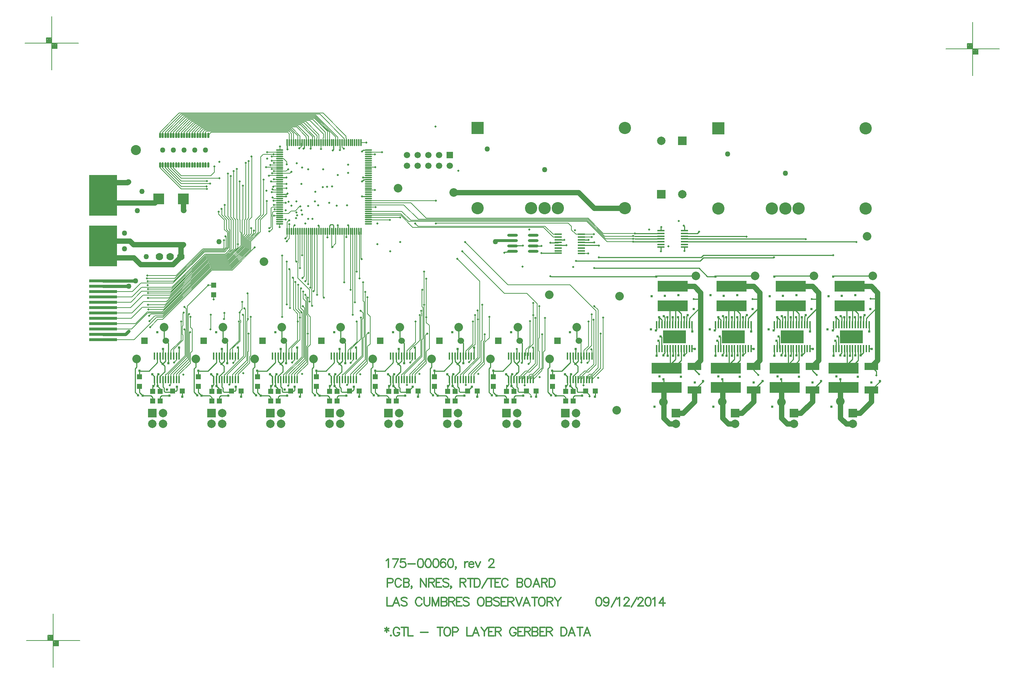
<source format=gtl>
%FSLAX23Y23*%
%MOIN*%
G70*
G01*
G75*
G04 Layer_Physical_Order=1*
G04 Layer_Color=255*
%ADD10R,0.217X0.120*%
%ADD11R,0.012X0.065*%
%ADD12R,0.065X0.012*%
%ADD13O,0.071X0.012*%
%ADD14O,0.012X0.071*%
%ADD15O,0.098X0.028*%
%ADD16R,0.280X0.100*%
%ADD17R,0.100X0.100*%
%ADD18R,0.264X0.030*%
%ADD19R,0.264X0.383*%
G04:AMPARAMS|DCode=20|XSize=17mil|YSize=50mil|CornerRadius=5mil|HoleSize=0mil|Usage=FLASHONLY|Rotation=180.000|XOffset=0mil|YOffset=0mil|HoleType=Round|Shape=RoundedRectangle|*
%AMROUNDEDRECTD20*
21,1,0.017,0.040,0,0,180.0*
21,1,0.007,0.050,0,0,180.0*
1,1,0.010,-0.003,0.020*
1,1,0.010,0.003,0.020*
1,1,0.010,0.003,-0.020*
1,1,0.010,-0.003,-0.020*
%
%ADD20ROUNDEDRECTD20*%
%ADD21R,0.126X0.071*%
%ADD22R,0.050X0.050*%
%ADD23R,0.050X0.050*%
%ADD24C,0.005*%
%ADD25C,0.010*%
%ADD26C,0.030*%
%ADD27C,0.050*%
%ADD28C,0.025*%
%ADD29C,0.012*%
%ADD30C,0.008*%
%ADD31C,0.012*%
%ADD32C,0.012*%
%ADD33C,0.060*%
%ADD34R,0.060X0.060*%
%ADD35C,0.024*%
%ADD36C,0.070*%
%ADD37R,0.115X0.115*%
%ADD38C,0.115*%
%ADD39C,0.080*%
%ADD40C,0.050*%
%ADD41C,0.094*%
%ADD42C,0.079*%
%ADD43R,0.079X0.079*%
%ADD44C,0.059*%
%ADD45R,0.059X0.059*%
%ADD46C,0.020*%
D10*
X16244Y11476D02*
D03*
X17898Y11476D02*
D03*
X17346Y11476D02*
D03*
X16795D02*
D03*
D11*
X16078Y11589D02*
D03*
X16103D02*
D03*
X16129D02*
D03*
X16155D02*
D03*
X16178D02*
D03*
X16202D02*
D03*
X16229D02*
D03*
X16255D02*
D03*
X16078Y11364D02*
D03*
X16103D02*
D03*
X16129D02*
D03*
X16155D02*
D03*
X16180D02*
D03*
X16206D02*
D03*
X16231D02*
D03*
X16255D02*
D03*
X16282D02*
D03*
X16308D02*
D03*
X16334D02*
D03*
X16359D02*
D03*
X16385D02*
D03*
X16410D02*
D03*
Y11589D02*
D03*
X16385D02*
D03*
X16359D02*
D03*
X16334D02*
D03*
X16308D02*
D03*
X16282D02*
D03*
X11617Y11294D02*
D03*
X11592D02*
D03*
X11566D02*
D03*
X11540D02*
D03*
X11515D02*
D03*
X11489D02*
D03*
X11464D02*
D03*
X11617Y11075D02*
D03*
X11592D02*
D03*
X11566D02*
D03*
X11540D02*
D03*
X11515D02*
D03*
X11489D02*
D03*
X11464D02*
D03*
X11440D02*
D03*
Y11294D02*
D03*
X11412Y11075D02*
D03*
Y11294D02*
D03*
X11387Y11075D02*
D03*
Y11294D02*
D03*
X17731Y11589D02*
D03*
X17757D02*
D03*
X17782D02*
D03*
X17808D02*
D03*
X17832D02*
D03*
X17855D02*
D03*
X17883D02*
D03*
X17908D02*
D03*
X17731Y11364D02*
D03*
X17757D02*
D03*
X17782D02*
D03*
X17808D02*
D03*
X17834D02*
D03*
X17859D02*
D03*
X17885D02*
D03*
X17908D02*
D03*
X17936D02*
D03*
X17962D02*
D03*
X17987D02*
D03*
X18013D02*
D03*
X18038D02*
D03*
X18064D02*
D03*
Y11589D02*
D03*
X18038D02*
D03*
X18013D02*
D03*
X17987D02*
D03*
X17962D02*
D03*
X17936D02*
D03*
X17180Y11589D02*
D03*
X17206D02*
D03*
X17231D02*
D03*
X17257D02*
D03*
X17281D02*
D03*
X17304D02*
D03*
X17332D02*
D03*
X17357D02*
D03*
X17180Y11364D02*
D03*
X17206D02*
D03*
X17231D02*
D03*
X17257D02*
D03*
X17282D02*
D03*
X17308D02*
D03*
X17334D02*
D03*
X17357D02*
D03*
X17385D02*
D03*
X17410D02*
D03*
X17436D02*
D03*
X17462D02*
D03*
X17487D02*
D03*
X17513D02*
D03*
Y11589D02*
D03*
X17487D02*
D03*
X17462D02*
D03*
X17436D02*
D03*
X17410D02*
D03*
X17385D02*
D03*
X16629D02*
D03*
X16655D02*
D03*
X16680D02*
D03*
X16706D02*
D03*
X16729D02*
D03*
X16753D02*
D03*
X16781D02*
D03*
X16806D02*
D03*
X16629Y11364D02*
D03*
X16655D02*
D03*
X16680D02*
D03*
X16706D02*
D03*
X16731D02*
D03*
X16757D02*
D03*
X16782D02*
D03*
X16806D02*
D03*
X16834D02*
D03*
X16859D02*
D03*
X16885D02*
D03*
X16910D02*
D03*
X16936D02*
D03*
X16962D02*
D03*
Y11589D02*
D03*
X16936D02*
D03*
X16910D02*
D03*
X16885D02*
D03*
X16859D02*
D03*
X16834D02*
D03*
X15450Y11075D02*
D03*
X15373D02*
D03*
X15399D02*
D03*
X15424D02*
D03*
X15475D02*
D03*
Y11294D02*
D03*
X15450D02*
D03*
X15424D02*
D03*
X15399D02*
D03*
X15373D02*
D03*
X15347D02*
D03*
X15322D02*
D03*
X15347Y11075D02*
D03*
X15322D02*
D03*
X15298D02*
D03*
Y11294D02*
D03*
X15271Y11075D02*
D03*
Y11294D02*
D03*
X15245Y11075D02*
D03*
Y11294D02*
D03*
X14847Y11294D02*
D03*
X14873D02*
D03*
X14924D02*
D03*
X14899D02*
D03*
X14822D02*
D03*
X14796D02*
D03*
X14771D02*
D03*
Y11075D02*
D03*
X14747D02*
D03*
Y11294D02*
D03*
X14719Y11075D02*
D03*
Y11294D02*
D03*
X14694Y11075D02*
D03*
Y11294D02*
D03*
X14924Y11075D02*
D03*
X14847D02*
D03*
X14822D02*
D03*
X14796D02*
D03*
X14873D02*
D03*
X14899D02*
D03*
X14373Y11294D02*
D03*
X14347D02*
D03*
X14271D02*
D03*
X14245D02*
D03*
X14219D02*
D03*
Y11075D02*
D03*
X14196D02*
D03*
Y11294D02*
D03*
X14168Y11075D02*
D03*
Y11294D02*
D03*
X14143Y11075D02*
D03*
Y11294D02*
D03*
X14373Y11075D02*
D03*
X14296D02*
D03*
X14271D02*
D03*
X14245D02*
D03*
X14322D02*
D03*
X14347D02*
D03*
X14322Y11294D02*
D03*
X14296D02*
D03*
X13822D02*
D03*
X13796D02*
D03*
X13771D02*
D03*
X13745D02*
D03*
X13719D02*
D03*
X13694D02*
D03*
X13668D02*
D03*
X13822Y11075D02*
D03*
X13796D02*
D03*
X13771D02*
D03*
X13745D02*
D03*
X13719D02*
D03*
X13694D02*
D03*
X13668D02*
D03*
X13645D02*
D03*
Y11294D02*
D03*
X13617Y11075D02*
D03*
Y11294D02*
D03*
X13592Y11075D02*
D03*
Y11294D02*
D03*
X13271D02*
D03*
X13245D02*
D03*
X13219D02*
D03*
X13194D02*
D03*
X13168D02*
D03*
X13143D02*
D03*
X13117D02*
D03*
X13271Y11075D02*
D03*
X13245D02*
D03*
X13219D02*
D03*
X13194D02*
D03*
X13168D02*
D03*
X13143D02*
D03*
X13117D02*
D03*
X13093D02*
D03*
Y11294D02*
D03*
X13066Y11075D02*
D03*
Y11294D02*
D03*
X13040Y11075D02*
D03*
Y11294D02*
D03*
X12668D02*
D03*
X12643D02*
D03*
X12719D02*
D03*
X12694D02*
D03*
X12617D02*
D03*
X12592D02*
D03*
X12566D02*
D03*
X12719Y11075D02*
D03*
X12694D02*
D03*
X12668D02*
D03*
X12643D02*
D03*
X12617D02*
D03*
X12592D02*
D03*
X12566D02*
D03*
X12542D02*
D03*
Y11294D02*
D03*
X12515Y11075D02*
D03*
Y11294D02*
D03*
X12489Y11075D02*
D03*
Y11294D02*
D03*
X12168Y11075D02*
D03*
X12143D02*
D03*
X12040D02*
D03*
X12066D02*
D03*
X12092D02*
D03*
X12117D02*
D03*
X12168Y11294D02*
D03*
X12143D02*
D03*
X12117D02*
D03*
X12092D02*
D03*
X12066D02*
D03*
X12040D02*
D03*
X12015D02*
D03*
Y11075D02*
D03*
X11991D02*
D03*
Y11294D02*
D03*
X11964Y11075D02*
D03*
Y11294D02*
D03*
X11938Y11075D02*
D03*
Y11294D02*
D03*
D12*
X15376Y12255D02*
D03*
Y12408D02*
D03*
Y12434D02*
D03*
Y12280D02*
D03*
X15158Y12257D02*
D03*
Y12280D02*
D03*
Y12306D02*
D03*
Y12332D02*
D03*
Y12357D02*
D03*
Y12383D02*
D03*
Y12408D02*
D03*
Y12434D02*
D03*
X15376Y12383D02*
D03*
Y12359D02*
D03*
Y12332D02*
D03*
Y12306D02*
D03*
X16120Y12467D02*
D03*
Y12442D02*
D03*
Y12416D02*
D03*
Y12391D02*
D03*
Y12365D02*
D03*
Y12339D02*
D03*
Y12314D02*
D03*
X16339Y12467D02*
D03*
Y12442D02*
D03*
Y12416D02*
D03*
Y12391D02*
D03*
Y12365D02*
D03*
Y12339D02*
D03*
Y12314D02*
D03*
D13*
X12556Y13221D02*
D03*
Y13201D02*
D03*
Y13063D02*
D03*
Y12965D02*
D03*
Y12945D02*
D03*
Y12925D02*
D03*
Y12906D02*
D03*
Y12886D02*
D03*
Y12866D02*
D03*
Y12847D02*
D03*
Y12827D02*
D03*
Y12807D02*
D03*
Y12788D02*
D03*
Y12768D02*
D03*
Y12748D02*
D03*
Y12729D02*
D03*
Y12709D02*
D03*
Y12689D02*
D03*
Y12670D02*
D03*
Y12650D02*
D03*
Y12630D02*
D03*
Y12610D02*
D03*
Y12591D02*
D03*
Y12571D02*
D03*
Y12551D02*
D03*
Y12532D02*
D03*
X13387D02*
D03*
Y12551D02*
D03*
Y12571D02*
D03*
Y12591D02*
D03*
Y12610D02*
D03*
Y12630D02*
D03*
Y12650D02*
D03*
Y12670D02*
D03*
Y12689D02*
D03*
Y12709D02*
D03*
Y12729D02*
D03*
Y12748D02*
D03*
Y12768D02*
D03*
Y12788D02*
D03*
Y12807D02*
D03*
Y12827D02*
D03*
Y12847D02*
D03*
Y12866D02*
D03*
Y12886D02*
D03*
Y12906D02*
D03*
Y12925D02*
D03*
Y12945D02*
D03*
Y12965D02*
D03*
Y12984D02*
D03*
Y13004D02*
D03*
Y13024D02*
D03*
Y13044D02*
D03*
Y13063D02*
D03*
Y13083D02*
D03*
Y13103D02*
D03*
Y13122D02*
D03*
Y13142D02*
D03*
Y13162D02*
D03*
Y13181D02*
D03*
Y13201D02*
D03*
Y13221D02*
D03*
X12556Y13181D02*
D03*
Y13083D02*
D03*
Y13044D02*
D03*
Y13024D02*
D03*
Y13004D02*
D03*
Y12984D02*
D03*
Y13103D02*
D03*
Y13122D02*
D03*
Y13142D02*
D03*
Y13162D02*
D03*
D14*
X12903Y12461D02*
D03*
X12883D02*
D03*
X12785D02*
D03*
X12804D02*
D03*
X12824D02*
D03*
X12844D02*
D03*
X12962D02*
D03*
X12903Y13292D02*
D03*
X12883D02*
D03*
X12863D02*
D03*
X12824D02*
D03*
X12647D02*
D03*
X12667D02*
D03*
X12686D02*
D03*
X12726D02*
D03*
X12745D02*
D03*
X12804D02*
D03*
X12923D02*
D03*
X12627Y12461D02*
D03*
X12647D02*
D03*
X12667D02*
D03*
X12686D02*
D03*
X12706D02*
D03*
X12726D02*
D03*
X12745D02*
D03*
X12765D02*
D03*
X12863D02*
D03*
X12923D02*
D03*
X12942D02*
D03*
X12982D02*
D03*
X13001D02*
D03*
X13021D02*
D03*
X13041D02*
D03*
X13060D02*
D03*
X13080D02*
D03*
X13100D02*
D03*
X13119D02*
D03*
X13139D02*
D03*
X13159D02*
D03*
X13178D02*
D03*
X13198D02*
D03*
X13218D02*
D03*
X13237D02*
D03*
X13257D02*
D03*
X13277D02*
D03*
X13297D02*
D03*
X13316D02*
D03*
Y13292D02*
D03*
X13297D02*
D03*
X13277D02*
D03*
X13257D02*
D03*
X13237D02*
D03*
X13218D02*
D03*
X13198D02*
D03*
X13178D02*
D03*
X13159D02*
D03*
X13139D02*
D03*
X13119D02*
D03*
X13100D02*
D03*
X13080D02*
D03*
X13060D02*
D03*
X13041D02*
D03*
X13021D02*
D03*
X13001D02*
D03*
X12982D02*
D03*
X12962D02*
D03*
X12942D02*
D03*
X12844D02*
D03*
X12785D02*
D03*
X12765D02*
D03*
X12706D02*
D03*
X12627D02*
D03*
D15*
X14731Y12426D02*
D03*
Y12376D02*
D03*
Y12326D02*
D03*
Y12276D02*
D03*
X14924Y12426D02*
D03*
Y12376D02*
D03*
Y12326D02*
D03*
Y12276D02*
D03*
D16*
X16228Y11766D02*
D03*
Y11947D02*
D03*
X17827Y11182D02*
D03*
Y11001D02*
D03*
X17276Y11182D02*
D03*
Y11001D02*
D03*
X16724Y11182D02*
D03*
Y11001D02*
D03*
X16173Y11182D02*
D03*
Y11001D02*
D03*
X17882Y11766D02*
D03*
Y11947D02*
D03*
X17331Y11766D02*
D03*
Y11947D02*
D03*
X16780Y11766D02*
D03*
Y11947D02*
D03*
D17*
X11427Y12766D02*
D03*
X11657D02*
D03*
D18*
X10907Y11550D02*
D03*
Y11600D02*
D03*
Y12000D02*
D03*
Y11950D02*
D03*
Y11900D02*
D03*
Y11850D02*
D03*
Y11800D02*
D03*
Y11750D02*
D03*
Y11700D02*
D03*
Y11650D02*
D03*
Y11500D02*
D03*
Y11450D02*
D03*
D19*
Y12798D02*
D03*
Y12325D02*
D03*
D20*
X11888Y13360D02*
D03*
X11863D02*
D03*
X11838D02*
D03*
X11813D02*
D03*
X11788D02*
D03*
X11763D02*
D03*
X11738D02*
D03*
X11713D02*
D03*
X11688D02*
D03*
X11663D02*
D03*
X11638D02*
D03*
X11613D02*
D03*
X11588D02*
D03*
X11563D02*
D03*
X11538D02*
D03*
X11513D02*
D03*
X11488D02*
D03*
X11463D02*
D03*
X11888Y13082D02*
D03*
X11863D02*
D03*
X11838D02*
D03*
X11813D02*
D03*
X11788D02*
D03*
X11763D02*
D03*
X11738D02*
D03*
X11713D02*
D03*
X11688D02*
D03*
X11663D02*
D03*
X11638D02*
D03*
X11613D02*
D03*
X11588D02*
D03*
X11563D02*
D03*
X11538D02*
D03*
X11513D02*
D03*
X11488D02*
D03*
X11463D02*
D03*
X11438D02*
D03*
Y13360D02*
D03*
D21*
X16433Y11198D02*
D03*
Y10978D02*
D03*
X18087Y11198D02*
D03*
Y10978D02*
D03*
X17535Y11198D02*
D03*
Y10978D02*
D03*
X16984Y11198D02*
D03*
Y10978D02*
D03*
D22*
X15298Y10965D02*
D03*
Y10875D02*
D03*
X14747Y10965D02*
D03*
Y10875D02*
D03*
X14196Y10965D02*
D03*
Y10875D02*
D03*
X13644Y10965D02*
D03*
Y10875D02*
D03*
X13093Y10965D02*
D03*
Y10875D02*
D03*
X12542Y10965D02*
D03*
Y10875D02*
D03*
X11991Y10965D02*
D03*
Y10875D02*
D03*
X11440Y10965D02*
D03*
Y10875D02*
D03*
X15228Y10965D02*
D03*
Y10875D02*
D03*
X14677Y10965D02*
D03*
Y10875D02*
D03*
X14126Y10965D02*
D03*
Y10875D02*
D03*
X13574Y10965D02*
D03*
Y10875D02*
D03*
X13023Y10965D02*
D03*
Y10875D02*
D03*
X12472Y10965D02*
D03*
Y10875D02*
D03*
X11921Y10965D02*
D03*
Y10875D02*
D03*
X11370Y10965D02*
D03*
Y10875D02*
D03*
X15104Y11101D02*
D03*
Y11011D02*
D03*
X14553Y11101D02*
D03*
Y11011D02*
D03*
X14002Y11101D02*
D03*
Y11011D02*
D03*
X13450Y11101D02*
D03*
Y11011D02*
D03*
X12899Y11101D02*
D03*
Y11011D02*
D03*
X12348Y11101D02*
D03*
Y11011D02*
D03*
X11797Y11101D02*
D03*
Y11011D02*
D03*
X11246Y11101D02*
D03*
Y11011D02*
D03*
X11940Y11958D02*
D03*
Y11868D02*
D03*
D23*
X15414Y10969D02*
D03*
X15504D02*
D03*
X14863D02*
D03*
X14953D02*
D03*
X14312D02*
D03*
X14402D02*
D03*
X13760D02*
D03*
X13850D02*
D03*
X13209D02*
D03*
X13299D02*
D03*
X12658D02*
D03*
X12748D02*
D03*
X12107D02*
D03*
X12197D02*
D03*
X11556D02*
D03*
X11646D02*
D03*
D24*
X12489Y12780D02*
X12501Y12768D01*
X12556D01*
X11635Y12882D02*
X11873D01*
X12482Y12827D02*
X12482Y12827D01*
X12556D01*
X11635Y12907D02*
X11905D01*
X12490Y12854D02*
X12497Y12847D01*
X12556D01*
X12620Y12866D02*
X12620Y12866D01*
X12556Y12866D02*
X12620D01*
X11875Y12957D02*
X11876Y12958D01*
X11991D01*
X12468Y13082D02*
X12468Y13083D01*
X12556D01*
X11635Y12982D02*
X11913D01*
X11946Y13015D01*
Y13067D01*
X12622Y13088D02*
Y13113D01*
X12593Y13142D02*
X12622Y13113D01*
X12556Y13142D02*
X12593D01*
X11635Y12857D02*
X11875D01*
X11438Y13054D02*
X11635Y12857D01*
X11438Y13054D02*
Y13082D01*
X11463Y13054D02*
X11635Y12882D01*
X11463Y13054D02*
Y13082D01*
X11488Y13054D02*
X11635Y12907D01*
X11488Y13054D02*
Y13082D01*
X11635Y12932D02*
X11875D01*
X11513Y13054D02*
X11635Y12932D01*
X11513Y13054D02*
Y13082D01*
X11635Y12957D02*
X11875D01*
X11538Y13054D02*
X11635Y12957D01*
X11538Y13054D02*
Y13082D01*
X11563Y13054D02*
X11635Y12982D01*
X11563Y13054D02*
Y13082D01*
X11632Y13557D02*
X12932D01*
X11617Y13567D02*
X12961D01*
X12619Y12906D02*
X12620Y12906D01*
X12556Y12906D02*
X12619D01*
X11915Y13387D02*
X12633D01*
X11872Y13397D02*
X12645D01*
X11857Y13407D02*
X12656D01*
X12982Y13338D02*
Y13390D01*
X12865Y13507D02*
X12982Y13390D01*
X11707Y13507D02*
X12865D01*
X12964Y13339D02*
Y13371D01*
X12838Y13497D02*
X12964Y13371D01*
X11722Y13497D02*
X12838D01*
X12923Y13336D02*
Y13365D01*
X12801Y13487D02*
X12923Y13365D01*
X11737Y13487D02*
X12801D01*
X12882Y13338D02*
Y13346D01*
X12761Y13467D02*
X12882Y13346D01*
X11767Y13467D02*
X12761D01*
X12904Y13335D02*
Y13356D01*
X12783Y13477D02*
X12904Y13356D01*
X11752Y13477D02*
X12783D01*
X12751Y13457D02*
X12864Y13344D01*
X11782Y13457D02*
X12751D01*
X12825Y13336D02*
Y13347D01*
X12725Y13447D02*
X12825Y13347D01*
X11797Y13447D02*
X12725D01*
X12802Y13339D02*
Y13350D01*
X12715Y13437D02*
X12802Y13350D01*
X11812Y13437D02*
X12715D01*
X11827Y13427D02*
X12671D01*
X12724Y13337D02*
Y13355D01*
X12662Y13417D02*
X12724Y13355D01*
X11842Y13417D02*
X12662D01*
X12428Y13063D02*
X12429Y13062D01*
X12499D01*
X12500Y13061D01*
X13821Y12536D02*
X13849Y12508D01*
X12165Y12342D02*
Y12569D01*
Y12309D02*
Y12342D01*
X11940Y11825D02*
Y11868D01*
X11939Y11957D02*
X11940Y11958D01*
X11888Y11957D02*
X11939D01*
X12556Y12630D02*
X12639D01*
X12661Y12652D01*
X12701D01*
X12743Y12694D01*
X12748D01*
X12627Y12550D02*
X12644Y12566D01*
X12627Y12461D02*
Y12550D01*
X12647Y12530D02*
X12647Y12530D01*
Y12461D02*
Y12530D01*
X12556Y13024D02*
X12615D01*
X12634Y13042D01*
X12481Y13004D02*
X12556D01*
X12651D01*
X12664Y13017D01*
X12556Y12503D02*
X12556Y12504D01*
Y12532D01*
X12686Y12508D02*
X12697Y12518D01*
X12686Y12461D02*
Y12508D01*
X12555Y12747D02*
X12556Y12748D01*
X12499Y12747D02*
X12555D01*
X12435Y12746D02*
X12435Y12746D01*
X12435Y12629D02*
Y12746D01*
X13041Y12309D02*
Y12461D01*
Y12309D02*
X13080Y12348D01*
Y12461D01*
X12323Y12311D02*
Y12312D01*
X12112Y12100D02*
X12323Y12311D01*
X12612Y12729D02*
X12613Y12729D01*
X12556Y12729D02*
X12612D01*
X12611Y12571D02*
X12611Y12571D01*
X12556Y12571D02*
X12611D01*
X13001Y12406D02*
X13003Y12404D01*
X13001Y12406D02*
Y12461D01*
X13178Y12409D02*
X13179Y12408D01*
X13178Y12409D02*
Y12461D01*
X13452Y12689D02*
X13452Y12689D01*
X13387Y12689D02*
X13452D01*
X13444Y12847D02*
X13447Y12849D01*
X13387Y12847D02*
X13444D01*
X13448Y13063D02*
X13450Y13061D01*
X13387Y13063D02*
X13448D01*
X13446Y13181D02*
X13447Y13182D01*
X13387Y13181D02*
X13446D01*
X13387Y12729D02*
X13781D01*
X13926Y12584D01*
X13387Y12709D02*
X13716D01*
X13851Y12574D01*
X13387Y12650D02*
X13696D01*
X13782Y12564D01*
X13387Y12630D02*
X13393Y12624D01*
X13689D01*
X13759Y12554D01*
X13387Y12610D02*
X13387Y12611D01*
X13688D01*
X13800Y12498D01*
X13387Y12591D02*
X13390Y12593D01*
X13681D01*
Y12363D02*
X13683Y12361D01*
X13387Y12571D02*
X13389Y12569D01*
X13585D01*
X14215Y12206D02*
X14427Y11995D01*
X13316Y12209D02*
Y12461D01*
Y12209D02*
X13323Y12202D01*
X13258Y11798D02*
Y12460D01*
X14924Y11791D02*
X14925Y11790D01*
Y11680D02*
Y11790D01*
X12440Y13203D02*
X12442Y13201D01*
X12556D01*
X13365Y13292D02*
X13366Y13291D01*
X13316Y13292D02*
X13365D01*
X13510Y13201D02*
X13511Y13202D01*
X13387Y13201D02*
X13510D01*
X15475Y11294D02*
Y11351D01*
X15468Y11358D02*
X15475Y11351D01*
X15431Y11231D02*
X15450Y11250D01*
Y11294D01*
X14882Y11222D02*
X14899Y11239D01*
Y11294D01*
X14327Y11237D02*
X14347Y11258D01*
Y11294D01*
X13775Y11236D02*
X13796Y11258D01*
Y11294D01*
X13218Y11233D02*
X13245Y11261D01*
Y11294D01*
X12673Y11236D02*
X12694Y11257D01*
Y11294D01*
X12121Y11233D02*
X12143Y11255D01*
Y11294D01*
X11568Y11234D02*
X11592Y11258D01*
Y11294D01*
X15376Y12408D02*
X15471D01*
X15472Y12409D01*
X15556Y11181D02*
Y11504D01*
X15009Y11185D02*
Y11500D01*
X14473Y11443D02*
Y11500D01*
X13917Y11489D02*
X13934Y11506D01*
X13384Y11512D02*
Y11513D01*
X13366Y11494D02*
X13384Y11512D01*
X13366Y11246D02*
Y11494D01*
X12820Y11398D02*
Y11669D01*
X12266Y11341D02*
Y11504D01*
X11712Y11245D02*
Y11518D01*
X11720D01*
X15490Y11115D02*
X15556Y11181D01*
X13954Y11365D02*
Y11583D01*
X13927Y11610D02*
X13954Y11583D01*
X13927Y11610D02*
Y11660D01*
Y11230D02*
Y11338D01*
X13954Y11365D01*
X13376Y11691D02*
Y11844D01*
Y11691D02*
X13402Y11665D01*
X13376Y11230D02*
Y11384D01*
X13402Y11410D01*
X12808Y11681D02*
Y11828D01*
Y11681D02*
X12820Y11669D01*
X12808Y11238D02*
Y11386D01*
X12820Y11398D01*
X12818Y11687D02*
Y11842D01*
Y11687D02*
X12843Y11662D01*
X12818Y11222D02*
Y11377D01*
X12843Y11402D01*
X12259Y11239D02*
Y11334D01*
X12266Y11341D01*
X15497Y11763D02*
X15533Y11727D01*
X14983Y11467D02*
Y11762D01*
X15019Y11332D02*
X15034Y11347D01*
X15019Y11181D02*
Y11332D01*
X15007Y11169D02*
X15019Y11181D01*
X15007Y11158D02*
Y11169D01*
X14939Y11115D02*
X15009Y11185D01*
X14924Y11075D02*
X15007Y11158D01*
X14975Y11345D02*
Y11459D01*
X14983Y11467D01*
X14983Y11185D02*
Y11337D01*
X14975Y11345D02*
X14983Y11337D01*
X13907Y11261D02*
Y11908D01*
X14450Y11445D02*
Y11776D01*
X14440Y11243D02*
Y11435D01*
X14450Y11445D01*
X14459Y11237D02*
Y11429D01*
X14473Y11443D01*
X14427Y11281D02*
Y11995D01*
X14271Y11125D02*
X14427Y11281D01*
X14373Y11125D02*
X14469Y11221D01*
Y11421D01*
X14514Y11466D01*
X14347Y11125D02*
X14459Y11237D01*
X13277Y12461D02*
X13277Y12461D01*
X13277Y12085D02*
Y12461D01*
X13906Y12085D02*
X13907Y12084D01*
Y11909D02*
Y12084D01*
X13907Y11908D02*
X13907Y11909D01*
X13354Y11894D02*
X13356Y11892D01*
Y11262D02*
Y11892D01*
X12255Y11882D02*
X12258Y11879D01*
Y11642D02*
Y11879D01*
X12249Y11622D02*
X12258Y11631D01*
Y11642D01*
X12168Y11124D02*
X12276Y11231D01*
X12275Y11232D02*
X12276Y11231D01*
X12275Y11232D02*
Y11290D01*
X12168Y11075D02*
Y11124D01*
X12143Y11123D02*
X12259Y11239D01*
X12143Y11075D02*
Y11123D01*
X12285Y11300D02*
Y11663D01*
X12275Y11290D02*
X12285Y11300D01*
X12038Y11642D02*
Y11700D01*
X12037Y11642D02*
X12038D01*
X11707Y11689D02*
X11710D01*
X11702Y11684D02*
X11707Y11689D01*
X11738Y11341D02*
Y11550D01*
X11722Y11566D02*
X11738Y11550D01*
X11722Y11566D02*
Y11576D01*
Y11241D02*
Y11325D01*
X11738Y11341D01*
X11721Y11577D02*
Y11662D01*
Y11577D02*
X11722Y11576D01*
X11721Y11240D02*
X11722Y11241D01*
X11721Y11229D02*
Y11240D01*
X11617Y11125D02*
X11721Y11229D01*
X13389Y12750D02*
X14016D01*
X14017Y12535D02*
X14020Y12538D01*
X15377Y12435D02*
X15493D01*
X15579Y11179D02*
Y11655D01*
X15034Y11347D02*
Y11653D01*
X15475Y11075D02*
X15579Y11179D01*
X13297Y12461D02*
X13301Y12457D01*
Y12021D02*
Y12457D01*
X13926Y12019D02*
X13927Y12018D01*
Y11660D02*
Y12018D01*
X14514Y11466D02*
Y11663D01*
X13374Y11846D02*
X13376Y11844D01*
X12766Y12239D02*
Y12460D01*
X12578Y11663D02*
Y12235D01*
X12706Y12182D02*
Y12461D01*
Y12182D02*
X12711Y12177D01*
X12621D02*
X12623Y12179D01*
X12621Y11777D02*
Y12177D01*
X11666Y11754D02*
X11682Y11738D01*
X12745Y12460D02*
X12745Y12461D01*
X12745Y12117D02*
Y12460D01*
X12647Y12109D02*
X12652Y12104D01*
Y11744D02*
Y12104D01*
X13218Y12461D02*
X13218Y12461D01*
X13218Y11916D02*
Y12461D01*
X13887Y11913D02*
X13890Y11916D01*
X13897Y11458D02*
Y11748D01*
X13159Y12461D02*
X13160Y12460D01*
Y11985D02*
Y12460D01*
X13346Y11476D02*
Y11801D01*
X15442Y11390D02*
Y11620D01*
X15376Y12255D02*
X15378Y12256D01*
X15438D01*
X14895Y11392D02*
Y11621D01*
X14363Y11410D02*
Y11619D01*
X13825Y11426D02*
Y11619D01*
X13278Y11430D02*
Y11619D01*
X12723Y11441D02*
Y11692D01*
X14856Y11354D02*
X14895Y11392D01*
X14296Y11343D02*
X14363Y11410D01*
X13745Y11346D02*
X13825Y11426D01*
X13194Y11347D02*
X13278Y11430D01*
X12684Y11731D02*
X12723Y11692D01*
X12643Y11361D02*
X12723Y11441D01*
X11634Y11442D02*
Y11618D01*
X11540Y11349D02*
X11634Y11442D01*
X12174Y11438D02*
Y11618D01*
X12092Y11356D02*
X12174Y11438D01*
X12772Y11762D02*
X12788Y11746D01*
Y11269D02*
Y11746D01*
X12643Y11124D02*
X12788Y11269D01*
X12643Y11075D02*
Y11124D01*
X11692Y11761D02*
X11888Y11957D01*
X12085Y11029D02*
X12092Y11036D01*
Y11075D01*
X12636Y11017D02*
X12643Y11024D01*
Y11075D01*
X13185Y11025D02*
X13194Y11034D01*
Y11075D01*
X13744Y11026D02*
X13745Y11028D01*
Y11075D01*
X14296Y11024D02*
Y11075D01*
X14846Y11021D02*
X14847Y11023D01*
Y11075D01*
X15396Y11021D02*
Y11072D01*
X11529Y11023D02*
X11540Y11035D01*
Y11075D01*
X12859Y12457D02*
X12863Y12461D01*
X12859Y11927D02*
Y12457D01*
X12854Y11922D02*
X12859Y11927D01*
X12854Y11771D02*
Y11922D01*
Y11771D02*
X12860Y11765D01*
X12785Y12042D02*
Y12461D01*
X12769Y12026D02*
X12785Y12042D01*
X12680Y12027D02*
X12684Y12023D01*
Y11731D02*
Y12023D01*
X12804Y12004D02*
Y12461D01*
X12797Y11996D02*
X12804Y12004D01*
X12702Y11990D02*
X12704Y11988D01*
Y11736D02*
Y11988D01*
X12823Y12460D02*
X12824Y12461D01*
X12823Y11967D02*
Y12460D01*
X12729Y11961D02*
X12730Y11960D01*
Y11738D02*
Y11960D01*
X12752Y11746D02*
Y11927D01*
X12844Y11936D02*
Y12461D01*
X12842Y11934D02*
X12844Y11936D01*
X12752Y11927D02*
X12757D01*
X12752Y11746D02*
X12778Y11720D01*
Y11285D02*
Y11720D01*
X12883Y11913D02*
Y12461D01*
X12872Y11901D02*
X12883Y11913D01*
X12775Y11897D02*
X12776Y11898D01*
X12775Y11833D02*
Y11897D01*
Y11833D02*
X12798Y11810D01*
Y11254D02*
Y11810D01*
X12795Y11868D02*
X12807Y11856D01*
X12807D01*
X12801Y11849D02*
X12807Y11856D01*
X12801Y11835D02*
Y11849D01*
Y11835D02*
X12808Y11828D01*
X12903Y12461D02*
X12904Y12460D01*
Y11870D02*
Y12460D01*
X12843Y11402D02*
Y11662D01*
X12962Y11851D02*
Y12461D01*
Y11851D02*
X12970Y11843D01*
X12818Y11842D02*
X12819D01*
X12719Y11124D02*
X12818Y11222D01*
X12719Y11075D02*
Y11124D01*
X12694D02*
X12808Y11238D01*
X12694Y11075D02*
Y11124D01*
X12668D02*
X12798Y11254D01*
X12668Y11075D02*
Y11124D01*
X12643Y11294D02*
Y11361D01*
X12668Y11294D02*
Y11373D01*
X12592Y11124D02*
X12599D01*
X12592Y11075D02*
Y11124D01*
X12617D02*
X12778Y11285D01*
X12617Y11075D02*
Y11124D01*
X12249Y11255D02*
Y11618D01*
X12117Y11123D02*
X12249Y11255D01*
X12117Y11075D02*
Y11123D01*
X15580Y12442D02*
X15874D01*
X15592Y12416D02*
X15874D01*
X15858Y12391D02*
X15874D01*
X15603D02*
X15858D01*
X13926Y12584D02*
X15438D01*
X15580Y12442D01*
X13851Y12574D02*
X15434D01*
X15592Y12416D01*
X13782Y12564D02*
X15429D01*
X15603Y12391D01*
X13759Y12554D02*
X15425D01*
X15615Y12365D01*
X15858D01*
X13800Y12498D02*
X15021D01*
X15111Y12408D01*
X13849Y12508D02*
X15037D01*
X15111Y12434D01*
X15158D01*
X15111Y12408D02*
X15158D01*
X15399Y11294D02*
Y11347D01*
X15466Y11115D02*
X15490D01*
X15462Y11111D02*
X15466Y11115D01*
X15462Y11087D02*
Y11111D01*
X15450Y11075D02*
X15462Y11087D01*
X14020Y12538D02*
X15252D01*
X15283Y12508D01*
Y12475D02*
Y12508D01*
Y12475D02*
X15324Y12434D01*
X15376D01*
X12117Y11294D02*
Y11368D01*
X12092Y11294D02*
Y11356D01*
X11540Y11294D02*
Y11349D01*
X11566Y11294D02*
Y11360D01*
X12040Y11075D02*
Y11123D01*
X12047D01*
X11702Y11261D02*
Y11684D01*
X11682Y11292D02*
Y11738D01*
X11692Y11277D02*
Y11761D01*
X11498Y11125D02*
X11672Y11299D01*
X11489Y11125D02*
X11498D01*
X11515D02*
X11682Y11292D01*
X11540Y11125D02*
X11692Y11277D01*
X11566Y11125D02*
X11702Y11261D01*
X11592Y11125D02*
X11712Y11245D01*
X11617Y11075D02*
Y11125D01*
X11592Y11075D02*
Y11125D01*
X11566Y11075D02*
Y11125D01*
X11489Y11075D02*
Y11125D01*
X11515Y11075D02*
Y11125D01*
X11540Y11075D02*
Y11125D01*
X12066Y11075D02*
Y11123D01*
X13220Y11358D02*
X13316Y11454D01*
X13220Y11329D02*
Y11358D01*
X13219Y11329D02*
X13220Y11329D01*
X13219Y11294D02*
Y11329D01*
X13402Y11410D02*
Y11665D01*
X13271Y11125D02*
X13376Y11230D01*
X13271Y11075D02*
Y11125D01*
X13219D02*
X13356Y11262D01*
X13219Y11075D02*
Y11125D01*
X13151D02*
X13326Y11300D01*
X13143Y11125D02*
X13151D01*
X13143Y11075D02*
Y11125D01*
X13822D02*
X13927Y11230D01*
X13822Y11075D02*
Y11125D01*
X14373Y11075D02*
Y11125D01*
X13796D02*
X13917Y11246D01*
Y11489D01*
X13796Y11075D02*
Y11125D01*
X14347Y11075D02*
Y11125D01*
X13771D02*
X13907Y11261D01*
X13771Y11075D02*
Y11125D01*
X14322D02*
X14440Y11243D01*
X14322Y11075D02*
Y11125D01*
X14856Y11302D02*
Y11354D01*
X14847Y11294D02*
X14856Y11302D01*
X14296Y11294D02*
Y11343D01*
X13819Y11395D02*
X13866Y11441D01*
X13812Y11395D02*
X13819D01*
X13771Y11353D02*
X13812Y11395D01*
X13771Y11294D02*
Y11353D01*
X14322D02*
X14364Y11395D01*
X14373D01*
X14322Y11294D02*
Y11353D01*
X14853Y11155D02*
X14876D01*
X14808Y11111D02*
X14853Y11155D01*
X14808Y11087D02*
Y11111D01*
X14796Y11075D02*
X14808Y11087D01*
X14253Y11125D02*
X14410Y11281D01*
X14245Y11125D02*
X14253D01*
X14245Y11075D02*
Y11125D01*
X14271Y11075D02*
Y11125D01*
X15424Y11294D02*
Y11347D01*
X14882Y11303D02*
Y11365D01*
X14873Y11294D02*
X14882Y11303D01*
X14892Y11145D02*
X14963Y11216D01*
X14868Y11145D02*
X14892D01*
X14834Y11111D02*
X14868Y11145D01*
X14834Y11087D02*
Y11111D01*
X14822Y11075D02*
X14834Y11087D01*
X14923Y11125D02*
X14983Y11185D01*
X14900Y11125D02*
X14923D01*
X14885Y11087D02*
Y11111D01*
X14900Y11125D01*
X14873Y11075D02*
X14885Y11087D01*
X14915Y11115D02*
X14939D01*
X14911Y11111D02*
X14915Y11115D01*
X14911Y11087D02*
Y11111D01*
X14899Y11075D02*
X14911Y11087D01*
X14263Y12274D02*
X14655Y11882D01*
X14865D01*
X14963Y11785D01*
Y11216D02*
Y11785D01*
X15404Y11155D02*
X15427D01*
X15360Y11111D02*
X15404Y11155D01*
X15360Y11087D02*
Y11111D01*
X15347Y11075D02*
X15360Y11087D01*
X15513Y11215D02*
Y11719D01*
X15443Y11145D02*
X15513Y11215D01*
X15385Y11111D02*
X15420Y11145D01*
X15443D01*
X15385Y11087D02*
Y11111D01*
X15373Y11075D02*
X15385Y11087D01*
X15533Y11184D02*
Y11727D01*
X15474Y11125D02*
X15533Y11184D01*
X15451Y11125D02*
X15474D01*
X15436Y11111D02*
X15451Y11125D01*
X15436Y11087D02*
Y11111D01*
X15424Y11075D02*
X15436Y11087D01*
X14289Y12361D02*
X14688Y11962D01*
X13719Y11125D02*
X13887Y11292D01*
X13719Y11075D02*
Y11125D01*
X13168D02*
X13336Y11293D01*
X13168Y11075D02*
Y11125D01*
X13245D02*
X13366Y11246D01*
X13245Y11075D02*
Y11125D01*
X14905Y10916D02*
Y10927D01*
X14863Y10969D02*
X14905Y10927D01*
X15373Y11294D02*
Y11415D01*
X15351Y11437D02*
X15373Y11415D01*
X13694Y11075D02*
Y11125D01*
X13702D01*
X13877Y11300D01*
X13745Y11294D02*
Y11346D01*
X13194Y11294D02*
Y11329D01*
X13194Y11329D01*
Y11347D01*
X12206Y11735D02*
Y11802D01*
X12205Y11803D02*
X12206Y11802D01*
X12837Y11805D02*
Y11914D01*
X12727Y12169D02*
X12728Y12170D01*
Y12458D01*
X12727Y12024D02*
X12837Y11914D01*
X12727Y12024D02*
Y12169D01*
X12726Y12461D02*
X12728Y12458D01*
X12668Y11373D02*
X12746Y11450D01*
X12704Y11736D02*
X12746Y11694D01*
X13316Y11454D02*
Y11653D01*
X13317Y11654D01*
X12746Y11450D02*
Y11694D01*
X14373Y11395D02*
X14381Y11402D01*
X13866Y11441D02*
Y11678D01*
X13864Y11680D02*
X13866Y11678D01*
X14381Y11402D02*
Y11680D01*
X13238Y11681D02*
Y12461D01*
X14882Y11365D02*
X14925Y11408D01*
X14688Y11962D02*
X15269D01*
X15513Y11719D01*
X15399Y11347D02*
X15442Y11390D01*
X15424Y11347D02*
X15471Y11394D01*
X14925Y11408D02*
Y11680D01*
X15471Y11394D02*
Y11686D01*
X12066Y11123D02*
X12235Y11292D01*
X12224Y11742D02*
X12235Y11731D01*
Y11292D02*
Y11731D01*
X12047Y11123D02*
X12219Y11295D01*
X12599Y11124D02*
X12764Y11289D01*
Y11701D01*
X12760Y11704D02*
X12764Y11701D01*
X12182Y11710D02*
X12206Y11735D01*
X12184Y11604D02*
X12191Y11612D01*
Y11626D01*
X12182Y11636D02*
X12191Y11626D01*
X12182Y11636D02*
Y11710D01*
X12184Y11434D02*
Y11604D01*
X12117Y11368D02*
X12184Y11434D01*
X12211Y11683D02*
X12219Y11675D01*
Y11295D02*
Y11675D01*
X11651Y11693D02*
X11659Y11701D01*
X11651Y11626D02*
X11651Y11625D01*
X11651Y11626D02*
Y11693D01*
X11644Y11498D02*
Y11573D01*
X11566Y11360D02*
X11651Y11446D01*
X11644Y11498D02*
X11651Y11491D01*
Y11446D02*
Y11491D01*
X11644Y11573D02*
X11651Y11581D01*
Y11625D01*
X11908Y11546D02*
X11911Y11549D01*
Y11682D01*
X13336Y11466D02*
X13346Y11476D01*
X13336Y11293D02*
Y11466D01*
Y11811D02*
X13346Y11801D01*
X13336Y11811D02*
Y11984D01*
X13326Y11300D02*
Y11638D01*
X13334Y11647D01*
Y11698D01*
X13315Y11717D02*
X13334Y11698D01*
X13311Y11717D02*
X13315D01*
X12730Y11738D02*
X12762Y11706D01*
X13887Y11448D02*
X13897Y11458D01*
X13887Y11292D02*
Y11448D01*
Y11758D02*
X13897Y11748D01*
X13887Y11758D02*
Y11913D01*
X13877Y11300D02*
Y11668D01*
X13881Y11673D01*
Y11692D01*
X13878Y11695D02*
X13881Y11692D01*
X13878Y11695D02*
Y11720D01*
X14876Y11155D02*
X14947Y11226D01*
X14946Y11653D02*
X14947Y11652D01*
X14945Y11653D02*
X14946D01*
X14947Y11226D02*
Y11652D01*
X14408Y11639D02*
Y11720D01*
X14407Y11721D02*
X14408Y11720D01*
X14410Y11281D02*
Y11639D01*
X15427Y11155D02*
X15491Y11219D01*
Y11635D01*
X11672Y11299D02*
Y11537D01*
X11664Y11545D02*
X11672Y11537D01*
X12183Y12573D02*
X12186Y12569D01*
X12183Y12573D02*
Y12929D01*
X12155Y12580D02*
X12165Y12569D01*
X12127Y12587D02*
X12144Y12569D01*
X12099Y12594D02*
X12123Y12569D01*
X12071Y12601D02*
X12102Y12569D01*
X12043Y12608D02*
X12081Y12569D01*
X12015Y12615D02*
X12060Y12569D01*
X11987Y12622D02*
X12039Y12569D01*
X12207D02*
X12211Y12573D01*
X12228Y12569D02*
X12239Y12580D01*
X12249Y12569D02*
X12267Y12587D01*
X12270Y12569D02*
X12295Y12594D01*
Y13161D01*
X12333Y12569D02*
X12379Y12615D01*
X12354Y12569D02*
X12407Y12622D01*
Y12946D01*
X12375Y12569D02*
X12435Y12629D01*
X11325Y11838D02*
X11519D01*
X11881Y12200D02*
X12070D01*
X11519Y11838D02*
X11881Y12200D01*
X12186Y12459D02*
X12197Y12448D01*
X12070Y12200D02*
X12197Y12327D01*
Y12448D01*
X12186Y12459D02*
Y12569D01*
X10907Y11750D02*
X11163D01*
X11279Y11865D02*
X11532D01*
X11163Y11750D02*
X11279Y11865D01*
X11877Y12210D02*
X12066D01*
X11532Y11865D02*
X11877Y12210D01*
X12066D02*
X12165Y12309D01*
X11324Y11884D02*
X11537D01*
X11873Y12220D02*
X12062D01*
X11537Y11884D02*
X11873Y12220D01*
X12062D02*
X12144Y12303D01*
Y12569D01*
X10907Y11800D02*
X11164D01*
X11267Y11902D01*
X11541D01*
X11869Y12230D01*
X12058D01*
X12123Y12296D01*
Y12569D01*
X11324Y11922D02*
X11547D01*
X11865Y12240D01*
X12054D01*
X12102Y12289D01*
Y12569D01*
X10907Y11850D02*
X11177D01*
X11267Y11940D01*
X11550D01*
X11860Y12250D02*
X12049D01*
X11550Y11940D02*
X11860Y12250D01*
X12081Y12485D02*
X12090Y12476D01*
X12049Y12250D02*
X12090Y12291D01*
Y12476D01*
X12081Y12485D02*
Y12569D01*
X10907Y11900D02*
X11180D01*
X11259Y11978D01*
X11560D01*
X11852Y12270D02*
X12041D01*
X11560Y11978D02*
X11852Y12270D01*
X12060Y12480D02*
X12080Y12460D01*
X12041Y12270D02*
X12080Y12309D01*
Y12460D01*
X12060Y12480D02*
Y12569D01*
X11321Y11996D02*
X11564D01*
X11848Y12280D02*
X12037D01*
X11564Y11996D02*
X11848Y12280D01*
X12037D02*
X12068Y12311D01*
Y12451D01*
X12039Y12480D02*
Y12569D01*
Y12480D02*
X12068Y12451D01*
X11317Y12022D02*
X11576D01*
X11844Y12290D01*
X12033D01*
X12054Y12311D01*
X11320Y12048D02*
X11588D01*
X11840Y12300D02*
X12029D01*
X11588Y12048D02*
X11840Y12300D01*
X10907Y11700D02*
X11175D01*
X11281Y11805D01*
X11500D01*
X11885Y12190D02*
X12074D01*
X11500Y11805D02*
X11885Y12190D01*
X12074D02*
X12207Y12323D01*
Y12448D01*
X12207Y12449D01*
Y12569D01*
X11326Y11776D02*
X11485D01*
X11889Y12180D01*
X12078D01*
X12217Y12319D01*
Y12428D01*
X12228Y12440D01*
Y12569D01*
X10907Y11650D02*
X11168D01*
X11272Y11753D01*
X11477D01*
X11894Y12170D02*
X12083D01*
X11477Y11753D02*
X11894Y12170D01*
X12083D02*
X12227Y12314D01*
Y12413D01*
X12249Y12436D01*
Y12569D01*
X11330Y11733D02*
X11471D01*
X11898Y12160D01*
X12087D01*
X12237Y12310D01*
Y12402D01*
X12270Y12436D01*
Y12569D01*
X11334Y11671D02*
X11351Y11688D01*
X11468D01*
X11910Y12130D01*
X12099D01*
X12267Y12298D01*
Y12381D01*
X12333Y12448D01*
Y12569D01*
X11338Y11622D02*
X11388Y11672D01*
X11466D01*
X11914Y12120D01*
X12103D01*
X12277Y12294D01*
Y12375D01*
X12354Y12453D01*
Y12569D01*
X10907Y11450D02*
X11196D01*
X11406Y11659D01*
X11467D01*
X11918Y12110D01*
X12107D01*
X12287Y12290D01*
Y12369D01*
X12375Y12458D01*
Y12569D01*
X11416Y11638D02*
X11461D01*
X11344Y11566D02*
X11416Y11638D01*
X11461D02*
X11923Y12100D01*
X12112D01*
X12484Y13122D02*
X12556D01*
X12483Y13121D02*
X12484Y13122D01*
X12267Y12587D02*
Y13120D01*
X12498Y13101D02*
X12499Y13103D01*
X12498Y13101D02*
X12499D01*
X12239Y12580D02*
Y13101D01*
X12499Y13103D02*
X12500D01*
X12556D01*
X12499Y13101D02*
X12500Y13103D01*
X12501Y13103D01*
X12502Y13063D02*
X12556D01*
X12501Y13064D02*
X12502Y13063D01*
X12500Y13063D02*
X12501Y13064D01*
X12500Y13061D02*
Y13063D01*
X12480Y13044D02*
X12481D01*
X12155Y12580D02*
Y13045D01*
X12480Y13044D02*
X12480Y13044D01*
X12556D01*
X12501Y13024D02*
X12556D01*
X12501Y13024D02*
X12501Y13024D01*
X12127Y12587D02*
Y13026D01*
X12480Y13005D02*
X12481Y13004D01*
X12480Y13005D02*
X12483D01*
X12484Y13004D01*
X12071Y12601D02*
Y13003D01*
X12502Y12709D02*
X12556D01*
X12502Y12708D02*
X12502Y12709D01*
X12043Y12608D02*
Y12709D01*
X12015Y12615D02*
Y12671D01*
X12508Y12670D02*
X12556D01*
X12502Y12610D02*
X12556D01*
X12502Y12610D02*
X12502Y12610D01*
X11987Y12622D02*
Y12644D01*
X12508Y12670D02*
X12508Y12670D01*
X12474Y12622D02*
X12475Y12622D01*
X12474Y12599D02*
Y12622D01*
Y12599D02*
X12475Y12598D01*
Y12503D02*
Y12598D01*
X12464Y12492D02*
X12475Y12503D01*
Y12622D02*
Y12678D01*
X12488Y12621D02*
Y12640D01*
X12484Y12617D02*
X12488Y12621D01*
X12484Y12603D02*
Y12617D01*
Y12603D02*
X12488Y12599D01*
Y12640D02*
X12498Y12650D01*
X12475Y12678D02*
X12486Y12689D01*
X12556D01*
X10907Y11600D02*
X11208D01*
X11312Y11703D01*
X11312D01*
X11317Y11708D01*
X11460D02*
X11901Y12149D01*
X11317Y11708D02*
X11460D01*
X11901Y12149D02*
X11901D01*
X11902Y12150D01*
X12091D01*
X12247Y12306D01*
Y12396D02*
X12291Y12441D01*
X12247Y12306D02*
Y12396D01*
X12498Y12650D02*
X12556D01*
X12498Y12650D02*
X12498Y12650D01*
X10907Y11550D02*
X11172D01*
X11321Y11698D01*
X11464D01*
X11906Y12140D01*
X12095D01*
X12257Y12302D01*
Y12387D01*
X12312Y12443D01*
X12468Y12464D02*
X12488Y12484D01*
Y12599D01*
X12459Y12492D02*
X12464D01*
X12291Y12441D02*
Y12492D01*
X12460Y12464D02*
X12468D01*
X12458Y12462D02*
X12460Y12464D01*
X12312Y12443D02*
Y12468D01*
X12627Y12412D02*
Y12461D01*
X12610Y12394D02*
X12627Y12412D01*
X12054Y12311D02*
Y12415D01*
X12029Y12300D02*
X12036Y12307D01*
X12647Y12394D02*
Y12461D01*
X12622Y12369D02*
X12647Y12394D01*
X12036Y12307D02*
Y12379D01*
X12483Y13162D02*
X12556D01*
X12483Y13162D02*
X12483Y13162D01*
X12293Y13163D02*
X12295Y13161D01*
X12500Y13181D02*
X12556D01*
X12498Y13183D02*
X12500Y13181D01*
X12099Y12594D02*
Y12980D01*
X12455Y12981D02*
X12458Y12984D01*
X12556D01*
X12211Y12573D02*
Y12889D01*
X12559Y13223D02*
Y13256D01*
X12556Y13221D02*
X12559Y13223D01*
X13139Y13250D02*
Y13292D01*
Y13250D02*
X13154Y13235D01*
X12942Y13234D02*
Y13292D01*
Y13234D02*
X12943Y13233D01*
X12759Y13285D02*
X12765Y13292D01*
X12759Y13256D02*
Y13285D01*
X12751Y13249D02*
X12759Y13256D01*
X12748Y13249D02*
X12751D01*
X12738Y13238D02*
X12748Y13249D01*
X12501Y12947D02*
X12554D01*
X12556Y12945D01*
X12475Y12927D02*
X12477Y12925D01*
X12556D01*
X12494Y12880D02*
X12500Y12886D01*
X12556D01*
X12403Y13183D02*
X12498D01*
X12379Y13159D02*
X12403Y13183D01*
X12379Y12615D02*
Y13159D01*
X11888Y13360D02*
X11915Y13387D01*
X11863Y13360D02*
Y13388D01*
X11872Y13397D01*
X11838Y13360D02*
Y13388D01*
X11857Y13407D01*
X11813Y13360D02*
Y13388D01*
X11842Y13417D01*
X11788Y13360D02*
Y13388D01*
X11827Y13427D01*
X11763Y13360D02*
Y13388D01*
X11812Y13437D01*
X11738Y13360D02*
Y13388D01*
X11797Y13447D01*
X11713Y13360D02*
Y13388D01*
X11782Y13457D01*
X11688Y13360D02*
Y13388D01*
X11767Y13467D01*
X11663Y13360D02*
Y13388D01*
X11752Y13477D01*
X11638Y13360D02*
Y13388D01*
X11737Y13487D01*
X11613Y13360D02*
Y13388D01*
X11722Y13497D01*
X11588Y13360D02*
Y13388D01*
X11707Y13507D01*
X11692Y13517D02*
X12881D01*
X11677Y13527D02*
X12885D01*
X13022Y13390D01*
X11662Y13537D02*
X12889D01*
X11647Y13547D02*
X12893D01*
X11438Y13360D02*
Y13388D01*
X11617Y13567D01*
X11463Y13360D02*
Y13388D01*
X11632Y13557D01*
X11488Y13360D02*
Y13388D01*
X11647Y13547D01*
X11513Y13360D02*
Y13388D01*
X11662Y13537D01*
X11538Y13360D02*
Y13388D01*
X11677Y13527D01*
X11563Y13360D02*
Y13388D01*
X11692Y13517D01*
X12633Y13387D02*
X12647Y13373D01*
Y13292D02*
Y13373D01*
X12667Y13292D02*
Y13375D01*
X12645Y13397D02*
X12667Y13375D01*
X12686Y13292D02*
Y13377D01*
X12656Y13407D02*
X12686Y13377D01*
X12726Y13292D02*
Y13335D01*
X12724Y13337D02*
X12726Y13335D01*
X12745Y13292D02*
Y13353D01*
X12671Y13427D02*
X12745Y13353D01*
X12804Y13292D02*
Y13337D01*
X12802Y13339D02*
X12804Y13337D01*
X12824Y13292D02*
Y13336D01*
X12825Y13336D01*
X12863Y13292D02*
Y13340D01*
X12864Y13341D01*
Y13344D01*
X12883Y13292D02*
Y13337D01*
X12882Y13338D02*
X12883Y13337D01*
X12903Y13292D02*
Y13334D01*
X12904Y13335D01*
X12923Y13292D02*
Y13336D01*
X12923Y13336D01*
X12962Y13292D02*
Y13337D01*
X12964Y13339D01*
X12982Y13292D02*
Y13338D01*
X12982Y13338D01*
X13001Y13292D02*
Y13397D01*
X12881Y13517D02*
X13001Y13397D01*
X13022Y13335D02*
Y13390D01*
X13021Y13292D02*
Y13334D01*
X13022Y13335D01*
X13080Y13292D02*
Y13346D01*
X12889Y13537D02*
X13080Y13346D01*
X13100Y13292D02*
Y13341D01*
X12893Y13547D02*
X13100Y13341D01*
X13159Y13292D02*
Y13330D01*
X12932Y13557D02*
X13159Y13330D01*
X12961Y13567D02*
X13177Y13351D01*
Y13336D02*
Y13351D01*
X13178Y13292D02*
Y13335D01*
X13177Y13336D02*
X13178Y13335D01*
D25*
X13060Y12461D02*
Y12516D01*
X13051Y12525D02*
X13060Y12516D01*
X13032Y12525D02*
X13051D01*
X13021Y12514D02*
X13032Y12525D01*
X13021Y12461D02*
Y12514D01*
X14771Y11131D02*
X14790Y11150D01*
X14747Y11107D02*
X14771Y11131D01*
X12627Y13229D02*
Y13292D01*
Y13229D02*
X12629Y13227D01*
X15373Y11294D02*
X15374Y11293D01*
Y11236D02*
Y11293D01*
X15874Y12416D02*
X16120D01*
X15874Y12391D02*
X16120D01*
X15874Y12442D02*
X16120D01*
X15858Y12365D02*
X16120D01*
X15858Y12365D02*
X15858Y12365D01*
X13051Y13220D02*
X13060Y13230D01*
Y13292D01*
X13327Y12928D02*
X13343Y12944D01*
X13386D01*
X13387Y12945D01*
X12622Y12809D02*
X12628Y12815D01*
X12558Y12809D02*
X12622D01*
X12918Y12516D02*
X12923Y12511D01*
Y12461D02*
Y12511D01*
X12614Y12788D02*
X12615Y12788D01*
X12556Y12788D02*
X12614D01*
X12619Y12965D02*
X12620Y12965D01*
X12556Y12965D02*
X12619D01*
X12780Y13235D02*
X12785Y13240D01*
Y13292D01*
X12844Y13235D02*
X12844Y13235D01*
Y13292D01*
X13119Y13222D02*
X13119Y13223D01*
Y13292D01*
X13326Y13210D02*
X13336Y13221D01*
X13387D01*
X13336Y12965D02*
X13336Y12965D01*
X13387D01*
X13327Y12787D02*
X13327Y12788D01*
X13387D01*
X13197Y12520D02*
X13198Y12519D01*
Y12461D02*
Y12519D01*
X13100Y12461D02*
Y12519D01*
X16433Y11168D02*
Y11198D01*
Y11168D02*
X16475Y11126D01*
X16984Y11164D02*
Y11198D01*
Y11164D02*
X17029Y11119D01*
X17535Y11160D02*
Y11198D01*
Y11160D02*
X17577Y11118D01*
X18087Y11198D02*
X18132Y11153D01*
Y11116D02*
Y11153D01*
X11595Y10974D02*
Y11007D01*
X11590Y10969D02*
X11595Y10974D01*
X11556Y10969D02*
X11590D01*
X12146Y10976D02*
Y11007D01*
X12139Y10969D02*
X12146Y10976D01*
X12107Y10969D02*
X12139D01*
X12697Y10977D02*
Y11007D01*
X12690Y10969D02*
X12697Y10977D01*
X12658Y10969D02*
X12690D01*
X13248Y10981D02*
Y11007D01*
X13237Y10969D02*
X13248Y10981D01*
X13209Y10969D02*
X13237D01*
X13761D02*
X13799Y11007D01*
X13760Y10969D02*
X13761D01*
X14863D02*
X14864D01*
X14313D02*
X14351Y11007D01*
X14312Y10969D02*
X14313D01*
X14655Y12261D02*
X14664Y12270D01*
X14725D01*
X14731Y12276D01*
X15213Y12383D02*
X15215Y12381D01*
X15158Y12383D02*
X15213D01*
X14731Y12326D02*
X14735Y12330D01*
X14828D01*
X14924Y12326D02*
X15002D01*
X15001Y12257D02*
X15001Y12257D01*
X15158D01*
X16339Y12467D02*
Y12508D01*
X16331Y12516D02*
X16339Y12508D01*
X16120Y12313D02*
X16120Y12314D01*
X16120Y12276D02*
Y12313D01*
X16339Y12278D02*
X16340Y12277D01*
X16339Y12278D02*
Y12314D01*
X16120Y12503D02*
X16121Y12503D01*
X16120Y12467D02*
Y12503D01*
X16424Y11829D02*
X16490D01*
X16978Y11830D02*
X17041D01*
X16976Y11828D02*
X16978Y11830D01*
X17591D02*
X17592Y11831D01*
X17528Y11830D02*
X17591D01*
X18142Y11831D02*
X18143Y11830D01*
X18079Y11831D02*
X18142D01*
X16339Y12365D02*
X17944D01*
X17947Y12362D01*
X16339Y12391D02*
X17469D01*
X17471Y12389D01*
X16339Y12416D02*
X16915D01*
X16919Y12412D01*
X16339Y12442D02*
X16458D01*
X16474Y12457D01*
X17186Y12238D02*
X17729D01*
X17185Y12239D02*
X17186Y12238D01*
X16515Y12239D02*
X17185D01*
X16495Y12219D02*
X16515Y12239D01*
X15539Y12219D02*
X16495D01*
X15538Y12332D02*
X15540Y12330D01*
X15376Y12332D02*
X15538D01*
X17175Y12216D02*
X17177Y12218D01*
X16514Y12216D02*
X17175D01*
X16484Y12186D02*
X16514Y12216D01*
X15326Y12186D02*
X16484D01*
X15236Y12332D02*
X15237Y12332D01*
X15158Y12332D02*
X15236D01*
X15376Y12359D02*
X15377Y12360D01*
X15496D01*
X15495Y12117D02*
X16475D01*
X16552Y12040D01*
X16628D01*
X15157Y12356D02*
X15158Y12357D01*
X15084Y12356D02*
X15157D01*
X15092Y12040D02*
X16077D01*
X11387Y11075D02*
Y11103D01*
X11365Y11125D02*
X11387Y11103D01*
X11415Y11015D02*
X11440Y10990D01*
X11412Y11018D02*
X11415Y11015D01*
X11412Y11018D02*
Y11075D01*
X11370Y10965D02*
Y11012D01*
X11374Y11016D01*
X11387Y11029D01*
Y11075D01*
X11440Y10875D02*
Y10912D01*
X11453Y10925D01*
X11525D01*
X11370Y10875D02*
Y10907D01*
X11352Y10925D02*
X11370Y10907D01*
X11276Y10925D02*
X11352D01*
X11515Y11229D02*
Y11294D01*
X11246Y10955D02*
Y11011D01*
Y10955D02*
X11276Y10925D01*
X11245Y11157D02*
X11246Y11156D01*
Y11101D02*
Y11156D01*
X11335D01*
X11412Y11234D01*
Y11294D01*
X11515Y11294D02*
Y11415D01*
X11493Y11437D02*
X11515Y11415D01*
X11493Y11437D02*
X11497Y11441D01*
X11464Y11294D02*
Y11361D01*
X11464Y11294D02*
X11464Y11294D01*
X11489Y11250D02*
Y11294D01*
X11462Y11222D02*
X11489Y11250D01*
X11440Y11244D02*
X11462Y11222D01*
X11440Y11244D02*
Y11294D01*
X11501Y10981D02*
X11510Y10990D01*
X11464Y11007D02*
Y11075D01*
Y11007D02*
X11476Y10995D01*
Y10966D02*
Y10995D01*
Y10966D02*
X11485Y10957D01*
X11544D01*
X11556Y10969D01*
X11646Y10916D02*
Y10969D01*
X11645Y10915D02*
X11646Y10916D01*
X11220Y11192D02*
Y11270D01*
X11205Y11177D02*
X11220Y11192D01*
X11205Y10957D02*
Y11177D01*
Y10957D02*
X11233Y10929D01*
X11474Y11456D02*
X11493Y11437D01*
X11474Y11456D02*
Y11565D01*
X11617Y11294D02*
Y11374D01*
X11616Y11375D02*
X11617Y11374D01*
X11412Y11117D02*
X11422Y11126D01*
X11412Y11075D02*
Y11117D01*
X11440Y11075D02*
Y11107D01*
X11483Y11150D01*
Y11201D01*
X11462Y11222D02*
X11483Y11201D01*
X12025Y11456D02*
Y11565D01*
X11756Y10957D02*
Y11177D01*
Y10957D02*
X11784Y10929D01*
X11756Y11177D02*
X11771Y11192D01*
Y11270D01*
X12168Y11294D02*
Y11374D01*
X12167Y11375D02*
X12168Y11374D01*
X12066Y11229D02*
Y11294D01*
Y11415D01*
X11991Y11244D02*
Y11294D01*
Y11107D02*
X12034Y11150D01*
X11991Y11244D02*
X12013Y11222D01*
X12034Y11150D02*
Y11201D01*
X12013Y11222D02*
X12034Y11201D01*
X12013Y11222D02*
X12040Y11250D01*
Y11294D01*
X12015D02*
X12015Y11294D01*
Y11361D01*
X12036Y10957D02*
X12095D01*
X12027Y10966D02*
Y10995D01*
Y10966D02*
X12036Y10957D01*
X12015Y11007D02*
X12027Y10995D01*
X12015Y11007D02*
Y11075D01*
X11991D02*
Y11107D01*
X11964Y11018D02*
X11966Y11015D01*
X11964Y11018D02*
Y11075D01*
X11966Y11015D02*
X11991Y10990D01*
X11964Y11075D02*
Y11117D01*
X11973Y11126D01*
X11796Y11157D02*
X11797Y11156D01*
Y11101D02*
Y11156D01*
X11886D01*
X11964Y11234D01*
Y11294D01*
X11916Y11125D02*
X11938Y11103D01*
X11921Y10965D02*
Y11012D01*
X11925Y11016D01*
X11938Y11029D01*
Y11075D01*
Y11103D01*
X12025Y11456D02*
X12044Y11437D01*
X12066Y11415D01*
X12044Y11437D02*
X12048Y11441D01*
X11991Y10875D02*
Y10912D01*
X12004Y10925D01*
X12076D01*
X11827D02*
X11903D01*
X11921Y10907D01*
Y10875D02*
Y10907D01*
X11797Y10955D02*
X11827Y10925D01*
X11797Y10955D02*
Y11011D01*
X12095Y10957D02*
X12107Y10969D01*
X12197Y10916D02*
Y10969D01*
X12196Y10915D02*
X12197Y10916D01*
X12576Y11456D02*
Y11565D01*
X12307Y10957D02*
Y11177D01*
Y10957D02*
X12335Y10929D01*
X12307Y11177D02*
X12322Y11192D01*
Y11270D01*
X12719Y11294D02*
Y11374D01*
X12718Y11375D02*
X12719Y11374D01*
X12617Y11229D02*
Y11294D01*
Y11415D01*
X12542Y11107D02*
X12585Y11150D01*
X12564Y11222D02*
X12585Y11201D01*
Y11150D02*
Y11201D01*
X12542Y11244D02*
X12564Y11222D01*
X12592Y11250D01*
X12542Y11244D02*
Y11294D01*
X12592Y11250D02*
Y11294D01*
X12566D02*
X12566Y11294D01*
Y11361D01*
X12578Y10966D02*
X12587Y10957D01*
X12646D01*
X12566Y11007D02*
X12578Y10995D01*
Y10966D02*
Y10995D01*
X12566Y11007D02*
Y11075D01*
X12542D02*
Y11107D01*
X12515Y11018D02*
X12517Y11015D01*
X12515Y11018D02*
Y11075D01*
X12517Y11015D02*
X12542Y10990D01*
X12515Y11075D02*
Y11117D01*
X12524Y11126D01*
X12347Y11157D02*
X12348Y11156D01*
Y11101D02*
Y11156D01*
X12437D01*
X12515Y11234D01*
Y11294D01*
X12467Y11125D02*
X12489Y11103D01*
X12472Y10965D02*
Y11012D01*
X12476Y11016D01*
X12489Y11029D01*
Y11075D01*
Y11103D01*
X12576Y11456D02*
X12595Y11437D01*
X12617Y11415D01*
X12595Y11437D02*
X12599Y11441D01*
X12542Y10875D02*
Y10912D01*
X12555Y10925D02*
X12627D01*
X12542Y10912D02*
X12555Y10925D01*
X12472Y10875D02*
Y10907D01*
X12378Y10925D02*
X12454D01*
X12472Y10907D01*
X12348Y10955D02*
X12378Y10925D01*
X12348Y10955D02*
Y11011D01*
X12646Y10957D02*
X12658Y10969D01*
X12747Y10915D02*
X12748Y10916D01*
Y10969D01*
X13127Y11456D02*
Y11565D01*
X12858Y10957D02*
Y11177D01*
Y10957D02*
X12886Y10929D01*
X12858Y11177D02*
X12873Y11192D01*
Y11270D01*
X13271Y11294D02*
Y11374D01*
X13269Y11375D02*
X13271Y11374D01*
X13168Y11229D02*
Y11294D01*
Y11415D01*
X13093Y11107D02*
X13136Y11150D01*
X13115Y11222D02*
X13136Y11201D01*
Y11150D02*
Y11201D01*
X13093Y11244D02*
X13115Y11222D01*
X13143Y11250D01*
X13093Y11244D02*
Y11294D01*
X13143Y11250D02*
Y11294D01*
X13117D02*
X13117Y11294D01*
Y11361D01*
X13129Y10966D02*
X13138Y10957D01*
X13197D01*
X13117Y11007D02*
X13129Y10995D01*
Y10966D02*
Y10995D01*
X13117Y11007D02*
Y11075D01*
X13093D02*
Y11107D01*
X13066Y11018D02*
X13068Y11015D01*
X13066Y11018D02*
Y11075D01*
X13068Y11015D02*
X13093Y10990D01*
X13066Y11075D02*
Y11117D01*
X13075Y11126D01*
X12898Y11157D02*
X12899Y11156D01*
Y11101D02*
Y11156D01*
X12988D01*
X13066Y11234D01*
Y11294D01*
X13018Y11125D02*
X13040Y11103D01*
X13023Y10965D02*
Y11012D01*
X13027Y11016D01*
X13040Y11029D01*
Y11075D01*
Y11103D01*
X13127Y11456D02*
X13146Y11437D01*
X13168Y11415D01*
X13146Y11437D02*
X13150Y11441D01*
X13093Y10875D02*
Y10912D01*
X13106Y10925D02*
X13178D01*
X13093Y10912D02*
X13106Y10925D01*
X13023Y10875D02*
Y10907D01*
X12929Y10925D02*
X13005D01*
X13023Y10907D01*
X12899Y10955D02*
X12929Y10925D01*
X12899Y10955D02*
Y11011D01*
X13197Y10957D02*
X13209Y10969D01*
X13298Y10915D02*
X13299Y10916D01*
Y10969D01*
X13678Y11456D02*
Y11565D01*
X13409Y10957D02*
Y11177D01*
Y10957D02*
X13437Y10929D01*
X13409Y11177D02*
X13424Y11192D01*
Y11270D01*
X13822Y11294D02*
Y11374D01*
X13820Y11375D02*
X13822Y11374D01*
X13719Y11229D02*
Y11294D01*
Y11415D01*
X13645Y11107D02*
X13687Y11150D01*
X13666Y11222D02*
X13687Y11201D01*
Y11150D02*
Y11201D01*
X13645Y11244D02*
X13666Y11222D01*
X13694Y11250D01*
X13645Y11244D02*
Y11294D01*
X13694Y11250D02*
Y11294D01*
X13668D02*
X13668Y11294D01*
Y11361D01*
X13680Y10966D02*
X13689Y10957D01*
X13748D01*
X13668Y11007D02*
X13680Y10995D01*
Y10966D02*
Y10995D01*
X13668Y11007D02*
Y11075D01*
X13645D02*
Y11107D01*
X13617Y11018D02*
X13619Y11015D01*
X13617Y11018D02*
Y11075D01*
X13619Y11015D02*
X13644Y10990D01*
X13617Y11075D02*
Y11117D01*
X13626Y11126D01*
X13449Y11157D02*
X13450Y11156D01*
Y11101D02*
Y11156D01*
X13539D01*
X13617Y11234D01*
Y11294D01*
X13569Y11125D02*
X13592Y11103D01*
X13574Y10965D02*
Y11012D01*
X13578Y11016D01*
X13592Y11029D01*
Y11075D01*
Y11103D01*
X13678Y11456D02*
X13697Y11437D01*
X13719Y11415D01*
X13697Y11437D02*
X13701Y11441D01*
X13644Y10875D02*
Y10912D01*
X13657Y10925D02*
X13729D01*
X13644Y10912D02*
X13657Y10925D01*
X13574Y10875D02*
Y10907D01*
X13480Y10925D02*
X13556D01*
X13574Y10907D01*
X13450Y10955D02*
X13480Y10925D01*
X13450Y10955D02*
Y11011D01*
X13748Y10957D02*
X13760Y10969D01*
X13849Y10915D02*
X13850Y10916D01*
Y10969D01*
X14230Y11456D02*
Y11565D01*
X13961Y10957D02*
Y11177D01*
Y10957D02*
X13989Y10929D01*
X13961Y11177D02*
X13976Y11192D01*
Y11270D01*
X14373Y11294D02*
Y11374D01*
X14372Y11375D02*
X14373Y11374D01*
X14271Y11229D02*
Y11294D01*
Y11415D01*
X14196Y11107D02*
X14239Y11150D01*
X14218Y11222D02*
X14239Y11201D01*
Y11150D02*
Y11201D01*
X14196Y11244D02*
X14218Y11222D01*
X14245Y11250D01*
X14196Y11244D02*
Y11294D01*
X14245Y11250D02*
Y11294D01*
X14219D02*
X14220Y11294D01*
Y11361D01*
X14232Y10966D02*
X14241Y10957D01*
X14300D01*
X14219Y11007D02*
X14232Y10995D01*
Y10966D02*
Y10995D01*
X14219Y11007D02*
Y11075D01*
X14196D02*
Y11107D01*
X14168Y11018D02*
X14171Y11015D01*
X14168Y11018D02*
Y11075D01*
X14171Y11015D02*
X14196Y10990D01*
X14168Y11075D02*
Y11117D01*
X14178Y11126D01*
X14001Y11157D02*
X14002Y11156D01*
Y11101D02*
Y11156D01*
X14091D01*
X14168Y11234D01*
Y11294D01*
X14121Y11125D02*
X14143Y11103D01*
X14126Y10965D02*
Y11012D01*
X14130Y11016D01*
X14143Y11029D01*
Y11075D01*
Y11103D01*
X14230Y11456D02*
X14249Y11437D01*
X14271Y11415D01*
X14249Y11437D02*
X14253Y11441D01*
X14196Y10875D02*
Y10912D01*
X14209Y10925D02*
X14281D01*
X14196Y10912D02*
X14209Y10925D01*
X14126Y10875D02*
Y10907D01*
X14032Y10925D02*
X14108D01*
X14126Y10907D01*
X14002Y10955D02*
X14032Y10925D01*
X14002Y10955D02*
Y11011D01*
X14300Y10957D02*
X14312Y10969D01*
X14401Y10915D02*
X14402Y10916D01*
Y10969D01*
X14781Y11456D02*
Y11565D01*
X14512Y10957D02*
Y11177D01*
Y10957D02*
X14540Y10929D01*
X14512Y11177D02*
X14527Y11192D01*
Y11270D01*
X14924Y11294D02*
Y11374D01*
X14822Y11231D02*
Y11415D01*
X14769Y11222D02*
X14790Y11201D01*
Y11150D02*
Y11201D01*
X14747Y11244D02*
X14769Y11222D01*
X14796Y11250D01*
X14747Y11244D02*
Y11294D01*
X14796Y11250D02*
Y11294D01*
X14771D02*
X14771Y11294D01*
Y11361D01*
X14783Y10966D02*
X14792Y10957D01*
X14851D01*
X14771Y11007D02*
X14783Y10995D01*
Y10966D02*
Y10995D01*
X14771Y11007D02*
Y11075D01*
X14747D02*
Y11107D01*
X14719Y11018D02*
X14722Y11015D01*
X14719Y11018D02*
Y11075D01*
X14722Y11015D02*
X14747Y10990D01*
X14719Y11075D02*
Y11117D01*
X14729Y11126D01*
X14552Y11157D02*
X14553Y11156D01*
Y11101D02*
Y11156D01*
X14642D01*
X14719Y11234D01*
Y11294D01*
X14672Y11125D02*
X14694Y11103D01*
X14677Y10965D02*
Y11012D01*
X14681Y11016D01*
X14694Y11029D01*
Y11075D01*
Y11103D01*
X14781Y11456D02*
X14800Y11437D01*
X14822Y11415D01*
X14800Y11437D02*
X14804Y11441D01*
X14747Y10875D02*
Y10912D01*
X14760Y10925D02*
X14832D01*
X14747Y10912D02*
X14760Y10925D01*
X14677Y10875D02*
Y10907D01*
X14583Y10925D02*
X14659D01*
X14677Y10907D01*
X14553Y10955D02*
X14583Y10925D01*
X14553Y10955D02*
Y11011D01*
X14851Y10957D02*
X14863Y10969D01*
X14952Y10915D02*
X14953Y10916D01*
Y10969D01*
X15332Y11456D02*
Y11565D01*
X15063Y10957D02*
Y11177D01*
Y10957D02*
X15091Y10929D01*
X15063Y11177D02*
X15078Y11192D01*
Y11270D01*
X15298Y11107D02*
X15341Y11150D01*
X15320Y11222D02*
X15341Y11201D01*
Y11150D02*
Y11201D01*
X15298Y11244D02*
X15320Y11222D01*
X15347Y11250D01*
X15298Y11244D02*
Y11294D01*
X15347Y11250D02*
Y11294D01*
X15322D02*
X15322Y11294D01*
Y11361D01*
X15334Y10966D02*
X15343Y10957D01*
X15402D01*
X15322Y11007D02*
X15334Y10995D01*
Y10966D02*
Y10995D01*
X15322Y11007D02*
Y11075D01*
X15298D02*
Y11107D01*
X15271Y11018D02*
X15273Y11015D01*
X15271Y11018D02*
Y11075D01*
X15273Y11015D02*
X15298Y10990D01*
X15271Y11075D02*
Y11117D01*
X15280Y11126D01*
X15103Y11157D02*
X15104Y11156D01*
Y11101D02*
Y11156D01*
X15193D01*
X15271Y11234D01*
Y11294D01*
X15223Y11125D02*
X15245Y11103D01*
X15228Y10965D02*
Y11012D01*
X15232Y11016D01*
X15245Y11029D01*
Y11075D01*
Y11103D01*
X15332Y11456D02*
X15351Y11437D01*
X15298Y10875D02*
Y10912D01*
X15311Y10925D02*
X15383D01*
X15298Y10912D02*
X15311Y10925D01*
X15228Y10875D02*
Y10907D01*
X15134Y10925D02*
X15210D01*
X15228Y10907D01*
X15104Y10955D02*
X15134Y10925D01*
X15104Y10955D02*
Y11011D01*
X15402Y10957D02*
X15414Y10969D01*
X15503Y10915D02*
X15504Y10916D01*
Y10969D01*
X16078Y11301D02*
Y11364D01*
Y11301D02*
X16078Y11300D01*
X16282Y11302D02*
Y11364D01*
Y11302D02*
X16283Y11301D01*
X16334Y11303D02*
Y11364D01*
Y11303D02*
X16334Y11302D01*
X16359Y11328D02*
Y11364D01*
X16334Y11303D02*
X16359Y11328D01*
X16231Y11301D02*
Y11364D01*
X16231Y11300D02*
X16231Y11301D01*
X16180Y11300D02*
Y11364D01*
Y11300D02*
X16181Y11299D01*
X16103Y11364D02*
Y11431D01*
X16096Y11438D02*
X16103Y11431D01*
X16229Y11589D02*
Y11658D01*
X16230Y11658D01*
X16178Y11589D02*
Y11660D01*
X16178Y11660D02*
X16178Y11660D01*
X16334Y11589D02*
Y11660D01*
X16334Y11660D01*
X16282Y11589D02*
Y11658D01*
X16280Y11660D02*
X16282Y11658D01*
X16202Y11589D02*
Y11739D01*
X16228Y11766D01*
X16255Y11589D02*
Y11739D01*
X16228Y11766D02*
X16255Y11739D01*
X16308Y11589D02*
Y11692D01*
X16234Y11766D02*
X16308Y11692D01*
X16228Y11766D02*
X16234D01*
X16206Y11215D02*
Y11364D01*
X16255Y11264D02*
Y11364D01*
X16173Y11182D02*
X16206Y11215D01*
X16255Y11264D01*
X16308Y11255D02*
Y11364D01*
X16236Y11182D02*
X16308Y11255D01*
X16173Y11182D02*
X16236D01*
X16385Y11589D02*
Y11649D01*
X16490Y11754D01*
Y11756D01*
X16410Y11364D02*
X16435D01*
X16436Y11363D01*
X16141Y11077D02*
X16144Y11074D01*
Y10972D02*
Y11074D01*
X16517Y11063D02*
X16518Y11063D01*
X16512Y11063D02*
X16517D01*
X16433Y10978D02*
X16518Y11063D01*
X16410Y11526D02*
X16411Y11525D01*
X16410Y11526D02*
Y11589D01*
X16147Y11669D02*
X16155Y11662D01*
Y11589D02*
Y11662D01*
X16103Y11589D02*
Y11657D01*
X16129Y11589D02*
Y11631D01*
X16103Y11657D02*
X16103Y11657D01*
X16129Y11631D01*
X16071Y11535D02*
X16078Y11542D01*
Y11589D01*
X16143Y11301D02*
Y11312D01*
X16155Y11324D01*
Y11364D01*
X16125Y11368D02*
X16129Y11364D01*
X16125Y11368D02*
Y11475D01*
X16120Y11480D02*
X16125Y11475D01*
X16117Y11480D02*
X16120D01*
X16359Y11589D02*
Y11670D01*
X16370Y11680D01*
X16077Y12040D02*
X16082Y12045D01*
X16447D01*
X16622Y11535D02*
X16629Y11542D01*
Y11589D01*
X16655D02*
Y11657D01*
X16654Y11657D02*
X16655Y11657D01*
X16694Y11301D02*
Y11312D01*
X16706Y11324D01*
X16680Y11589D02*
Y11631D01*
X16655Y11657D02*
X16680Y11631D01*
X16706Y11324D02*
Y11364D01*
Y11589D02*
Y11662D01*
X16698Y11669D02*
X16706Y11662D01*
X16729Y11589D02*
Y11660D01*
X16729Y11660D02*
X16729Y11660D01*
X16753Y11589D02*
Y11739D01*
X16781Y11589D02*
Y11658D01*
X16781Y11658D01*
X16806Y11589D02*
Y11739D01*
X16629Y11301D02*
X16629Y11300D01*
X16629Y11301D02*
Y11364D01*
X16655D02*
Y11431D01*
X16647Y11438D02*
X16655Y11431D01*
X16633Y12045D02*
X16998D01*
X16628Y12040D02*
X16633Y12045D01*
X16676Y11368D02*
Y11475D01*
X16671Y11480D02*
X16676Y11475D01*
Y11368D02*
X16680Y11364D01*
X16668Y11480D02*
X16671D01*
X16731Y11300D02*
Y11364D01*
Y11300D02*
X16732Y11299D01*
X16757Y11215D02*
Y11364D01*
X16782Y11300D02*
X16782Y11301D01*
Y11364D01*
X16757Y11215D02*
X16806Y11264D01*
Y11364D01*
X16834Y11302D02*
X16834Y11301D01*
X16834Y11302D02*
Y11364D01*
X16787Y11182D02*
X16859Y11255D01*
Y11364D01*
X16885Y11303D02*
X16885Y11302D01*
X16885Y11303D02*
Y11364D01*
Y11303D02*
X16910Y11328D01*
Y11364D01*
X16695Y10972D02*
Y11074D01*
X16692Y11077D02*
X16695Y11074D01*
X16986Y11364D02*
X16987Y11363D01*
X16962Y11364D02*
X16986D01*
X16962Y11526D02*
X16962Y11525D01*
X16962Y11526D02*
Y11589D01*
X16984Y10978D02*
X17069Y11063D01*
X17074Y11063D02*
X17075Y11063D01*
X17069Y11063D02*
X17074D01*
X16936Y11589D02*
Y11649D01*
X17041Y11754D01*
X16910Y11670D02*
X16921Y11680D01*
X16910Y11589D02*
Y11670D01*
X16885Y11589D02*
Y11660D01*
X16885Y11660D01*
X16859Y11589D02*
Y11692D01*
X16786Y11766D02*
X16859Y11692D01*
X16834Y11589D02*
Y11658D01*
X16831Y11660D02*
X16834Y11658D01*
X16724Y11182D02*
X16787D01*
X16724D02*
X16757Y11215D01*
X16753Y11739D02*
X16780Y11766D01*
X16786D01*
X16780D02*
X16806Y11739D01*
X17173Y11535D02*
X17180Y11542D01*
Y11589D01*
X17206D02*
Y11657D01*
X17205Y11657D02*
X17206Y11657D01*
X17245Y11301D02*
Y11312D01*
X17257Y11324D01*
X17231Y11589D02*
Y11631D01*
X17206Y11657D02*
X17231Y11631D01*
X17257Y11324D02*
Y11364D01*
Y11589D02*
Y11662D01*
X17249Y11669D02*
X17257Y11662D01*
X17281Y11589D02*
Y11660D01*
X17280Y11660D02*
X17281Y11660D01*
X17304Y11589D02*
Y11739D01*
X17332Y11589D02*
Y11658D01*
X17332Y11658D01*
X17357Y11589D02*
Y11739D01*
X17180Y11301D02*
X17180Y11300D01*
X17180Y11301D02*
Y11364D01*
X17198Y11438D02*
X17206Y11431D01*
Y11364D02*
Y11431D01*
X17184Y12045D02*
X17549D01*
X17179Y12040D02*
X17184Y12045D01*
X17227Y11368D02*
Y11475D01*
X17222Y11480D02*
X17227Y11475D01*
Y11368D02*
X17231Y11364D01*
X17219Y11480D02*
X17222D01*
X17282Y11300D02*
Y11364D01*
Y11300D02*
X17283Y11299D01*
X17308Y11215D02*
Y11364D01*
X17334Y11301D02*
Y11364D01*
X17333Y11300D02*
X17334Y11301D01*
X17308Y11215D02*
X17357Y11264D01*
Y11364D01*
X17385Y11302D02*
Y11364D01*
Y11302D02*
X17385Y11301D01*
X17338Y11182D02*
X17410Y11255D01*
Y11364D01*
X17436Y11303D02*
X17436Y11302D01*
X17436Y11303D02*
X17462Y11328D01*
X17436Y11303D02*
Y11364D01*
X17462Y11328D02*
Y11364D01*
X17246Y10972D02*
Y11074D01*
X17243Y11077D02*
X17246Y11074D01*
X17538Y11364D02*
X17538Y11363D01*
X17513Y11364D02*
X17538D01*
X17513Y11526D02*
X17513Y11525D01*
X17513Y11526D02*
Y11589D01*
X17535Y10978D02*
X17620Y11063D01*
X17620Y11063D02*
X17620Y11063D01*
X17614Y11063D02*
X17620D01*
X17487Y11589D02*
Y11649D01*
X17592Y11754D01*
Y11756D01*
X17462Y11670D02*
X17472Y11680D01*
X17462Y11589D02*
Y11670D01*
X17436Y11589D02*
Y11660D01*
X17436Y11660D01*
X17410Y11589D02*
Y11692D01*
X17337Y11766D02*
X17410Y11692D01*
X17385Y11589D02*
Y11658D01*
X17382Y11660D02*
X17385Y11658D01*
X17276Y11182D02*
X17338D01*
X17276D02*
X17308Y11215D01*
X17304Y11739D02*
X17331Y11766D01*
X17337D01*
X17331D02*
X17357Y11739D01*
X17724Y11535D02*
X17731Y11542D01*
Y11589D01*
X17757D02*
Y11657D01*
X17756Y11657D02*
X17757Y11657D01*
X17796Y11301D02*
Y11312D01*
X17808Y11324D01*
X17782Y11589D02*
Y11631D01*
X17757Y11657D02*
X17782Y11631D01*
X17808Y11324D02*
Y11364D01*
Y11589D02*
Y11662D01*
X17800Y11669D02*
X17808Y11662D01*
X17832Y11589D02*
Y11660D01*
X17831Y11660D02*
X17832Y11660D01*
X17855Y11589D02*
Y11739D01*
X17883Y11589D02*
Y11658D01*
X17883Y11658D01*
X17908Y11589D02*
Y11739D01*
X17731Y11301D02*
X17731Y11300D01*
X17731Y11301D02*
Y11364D01*
X17749Y11438D02*
X17757Y11431D01*
Y11364D02*
Y11431D01*
X17735Y12045D02*
X18100D01*
X17730Y12040D02*
X17735Y12045D01*
X17778Y11368D02*
Y11475D01*
X17773Y11480D02*
X17778Y11475D01*
Y11368D02*
X17782Y11364D01*
X17770Y11480D02*
X17773D01*
X17834Y11300D02*
Y11364D01*
Y11300D02*
X17834Y11299D01*
X17859Y11215D02*
Y11364D01*
X17885Y11301D02*
Y11364D01*
X17884Y11300D02*
X17885Y11301D01*
X17859Y11215D02*
X17908Y11264D01*
Y11364D01*
X17936Y11302D02*
Y11364D01*
Y11302D02*
X17936Y11301D01*
X17889Y11182D02*
X17962Y11255D01*
Y11364D01*
X17987Y11303D02*
X17987Y11302D01*
X17987Y11303D02*
X18013Y11328D01*
X17987Y11303D02*
Y11364D01*
X18013Y11328D02*
Y11364D01*
X17797Y10972D02*
Y11074D01*
X17794Y11077D02*
X17797Y11074D01*
X18089Y11364D02*
X18089Y11363D01*
X18064Y11364D02*
X18089D01*
X18064Y11526D02*
X18064Y11525D01*
X18064Y11526D02*
Y11589D01*
X18087Y10978D02*
X18171Y11063D01*
X18171Y11063D02*
X18171Y11063D01*
X18165Y11063D02*
X18171D01*
X18038Y11589D02*
Y11649D01*
X18143Y11754D01*
Y11756D01*
X18013Y11670D02*
X18023Y11680D01*
X18013Y11589D02*
Y11670D01*
X17987Y11589D02*
Y11660D01*
X17987Y11660D01*
X17962Y11589D02*
Y11692D01*
X17888Y11766D02*
X17962Y11692D01*
X17936Y11589D02*
Y11658D01*
X17933Y11660D02*
X17936Y11658D01*
X17827Y11182D02*
X17889D01*
X17827D02*
X17859Y11215D01*
X17855Y11739D02*
X17882Y11766D01*
X17888D01*
X17882D02*
X17908Y11739D01*
X15376Y12383D02*
X15443D01*
X15414Y10969D02*
X15453Y10930D01*
Y10917D02*
Y10930D01*
D26*
X11117Y11500D02*
X11145Y11527D01*
X10907Y11500D02*
X11117D01*
X10907Y11950D02*
X11146D01*
X11208Y12000D02*
X11210Y12001D01*
X10907Y12000D02*
X11208D01*
D27*
X11155Y12372D02*
X11189Y12338D01*
X16433Y11198D02*
X16490Y11255D01*
Y11754D01*
X18087Y11198D02*
X18143Y11255D01*
Y11754D01*
X17535Y11198D02*
X17592Y11255D01*
Y11754D01*
X16984Y11198D02*
X17041Y11255D01*
Y11754D01*
X11189Y12338D02*
X11656D01*
X10954Y12372D02*
X11155D01*
X11632Y12314D02*
X11656Y12338D01*
X11632Y12224D02*
Y12314D01*
X11560Y12152D02*
X11632Y12224D01*
X11256Y12152D02*
X11560D01*
X11193Y12215D02*
X11256Y12152D01*
X11018Y12215D02*
X11193D01*
X11657Y12660D02*
Y12766D01*
Y12660D02*
X11658D01*
X16490Y11829D02*
Y11890D01*
Y11756D02*
Y11829D01*
X17041Y11830D02*
Y11890D01*
Y11754D02*
Y11830D01*
X17592Y11831D02*
Y11890D01*
Y11756D02*
Y11831D01*
X18143Y11830D02*
Y11890D01*
Y11756D02*
Y11830D01*
X10907Y12325D02*
X11018Y12215D01*
X10907Y12325D02*
X10954Y12372D01*
X10978Y12728D02*
X11138D01*
X10907Y12798D02*
X10978Y12728D01*
X16198Y10661D02*
X16260D01*
X16144Y10715D02*
X16198Y10661D01*
X16144Y10715D02*
Y10972D01*
X16173Y11001D01*
X16260Y10761D02*
X16325D01*
X16433Y10870D01*
Y10978D01*
X16433Y11947D02*
X16490Y11890D01*
X16228Y11947D02*
X16433D01*
X16780D02*
X16985D01*
X17041Y11890D01*
X16811Y10761D02*
X16876D01*
X16984Y10870D01*
Y10978D01*
X16695Y10715D02*
Y10972D01*
Y10715D02*
X16749Y10661D01*
X16695Y10972D02*
X16724Y11001D01*
X16749Y10661D02*
X16811D01*
X17331Y11947D02*
X17536D01*
X17592Y11890D01*
X17362Y10761D02*
X17427D01*
X17535Y10870D01*
Y10978D01*
X17246Y10715D02*
Y10972D01*
Y10715D02*
X17300Y10661D01*
X17246Y10972D02*
X17276Y11001D01*
X17300Y10661D02*
X17362D01*
X17882Y11947D02*
X18087D01*
X18143Y11890D01*
X17913Y10761D02*
X17978D01*
X18087Y10870D01*
Y10978D01*
X17797Y10715D02*
Y10972D01*
Y10715D02*
X17851Y10661D01*
X17797Y10972D02*
X17827Y11001D01*
X17851Y10661D02*
X17913D01*
X15497Y12677D02*
X15782D01*
X15350Y12824D02*
X15497Y12677D01*
X14181Y12824D02*
X15350D01*
X11138Y12728D02*
X11388D01*
X11427Y12766D01*
X10907Y12798D02*
X11027Y12917D01*
X11133D01*
X11142Y12926D01*
D28*
X14583Y12376D02*
X14731D01*
X14572Y12365D02*
X14583Y12376D01*
D29*
X13557Y8758D02*
Y8712D01*
X13538Y8747D02*
X13576Y8724D01*
Y8747D02*
X13538Y8724D01*
X13596Y8686D02*
X13592Y8682D01*
X13596Y8678D01*
X13600Y8682D01*
X13596Y8686D01*
X13675Y8739D02*
X13671Y8747D01*
X13663Y8754D01*
X13656Y8758D01*
X13640D01*
X13633Y8754D01*
X13625Y8747D01*
X13621Y8739D01*
X13618Y8728D01*
Y8708D01*
X13621Y8697D01*
X13625Y8689D01*
X13633Y8682D01*
X13640Y8678D01*
X13656D01*
X13663Y8682D01*
X13671Y8689D01*
X13675Y8697D01*
Y8708D01*
X13656D02*
X13675D01*
X13720Y8758D02*
Y8678D01*
X13693Y8758D02*
X13746D01*
X13756D02*
Y8678D01*
X13802D01*
X13873Y8712D02*
X13942D01*
X14055Y8758D02*
Y8678D01*
X14028Y8758D02*
X14082D01*
X14114D02*
X14106Y8754D01*
X14099Y8747D01*
X14095Y8739D01*
X14091Y8728D01*
Y8708D01*
X14095Y8697D01*
X14099Y8689D01*
X14106Y8682D01*
X14114Y8678D01*
X14129D01*
X14137Y8682D01*
X14144Y8689D01*
X14148Y8697D01*
X14152Y8708D01*
Y8728D01*
X14148Y8739D01*
X14144Y8747D01*
X14137Y8754D01*
X14129Y8758D01*
X14114D01*
X14171Y8716D02*
X14205D01*
X14216Y8720D01*
X14220Y8724D01*
X14224Y8731D01*
Y8743D01*
X14220Y8750D01*
X14216Y8754D01*
X14205Y8758D01*
X14171D01*
Y8678D01*
X14305Y8758D02*
Y8678D01*
X14350D01*
X14420D02*
X14390Y8758D01*
X14359Y8678D01*
X14371Y8705D02*
X14409D01*
X14439Y8758D02*
X14469Y8720D01*
Y8678D01*
X14500Y8758D02*
X14469Y8720D01*
X14559Y8758D02*
X14510D01*
Y8678D01*
X14559D01*
X14510Y8720D02*
X14540D01*
X14573Y8758D02*
Y8678D01*
Y8758D02*
X14607D01*
X14619Y8754D01*
X14622Y8750D01*
X14626Y8743D01*
Y8735D01*
X14622Y8728D01*
X14619Y8724D01*
X14607Y8720D01*
X14573D01*
X14599D02*
X14626Y8678D01*
X14764Y8739D02*
X14760Y8747D01*
X14753Y8754D01*
X14745Y8758D01*
X14730D01*
X14722Y8754D01*
X14715Y8747D01*
X14711Y8739D01*
X14707Y8728D01*
Y8708D01*
X14711Y8697D01*
X14715Y8689D01*
X14722Y8682D01*
X14730Y8678D01*
X14745D01*
X14753Y8682D01*
X14760Y8689D01*
X14764Y8697D01*
Y8708D01*
X14745D02*
X14764D01*
X14832Y8758D02*
X14782D01*
Y8678D01*
X14832D01*
X14782Y8720D02*
X14813D01*
X14845Y8758D02*
Y8678D01*
Y8758D02*
X14879D01*
X14891Y8754D01*
X14895Y8750D01*
X14898Y8743D01*
Y8735D01*
X14895Y8728D01*
X14891Y8724D01*
X14879Y8720D01*
X14845D01*
X14872D02*
X14898Y8678D01*
X14916Y8758D02*
Y8678D01*
Y8758D02*
X14951D01*
X14962Y8754D01*
X14966Y8750D01*
X14970Y8743D01*
Y8735D01*
X14966Y8728D01*
X14962Y8724D01*
X14951Y8720D01*
X14916D02*
X14951D01*
X14962Y8716D01*
X14966Y8712D01*
X14970Y8705D01*
Y8693D01*
X14966Y8686D01*
X14962Y8682D01*
X14951Y8678D01*
X14916D01*
X15037Y8758D02*
X14988D01*
Y8678D01*
X15037D01*
X14988Y8720D02*
X15018D01*
X15050Y8758D02*
Y8678D01*
Y8758D02*
X15085D01*
X15096Y8754D01*
X15100Y8750D01*
X15104Y8743D01*
Y8735D01*
X15100Y8728D01*
X15096Y8724D01*
X15085Y8720D01*
X15050D01*
X15077D02*
X15104Y8678D01*
X15185Y8758D02*
Y8678D01*
Y8758D02*
X15211D01*
X15223Y8754D01*
X15230Y8747D01*
X15234Y8739D01*
X15238Y8728D01*
Y8708D01*
X15234Y8697D01*
X15230Y8689D01*
X15223Y8682D01*
X15211Y8678D01*
X15185D01*
X15317D02*
X15286Y8758D01*
X15256Y8678D01*
X15267Y8705D02*
X15305D01*
X15362Y8758D02*
Y8678D01*
X15335Y8758D02*
X15389D01*
X15459Y8678D02*
X15429Y8758D01*
X15398Y8678D01*
X15410Y8705D02*
X15448D01*
D30*
X10394Y14246D02*
X10404D01*
X10394Y14241D02*
Y14251D01*
Y14241D02*
X10404D01*
Y14251D01*
X10394D02*
X10404D01*
X10389Y14236D02*
Y14251D01*
Y14236D02*
X10409D01*
Y14256D01*
X10389D02*
X10409D01*
X10384Y14231D02*
Y14256D01*
Y14231D02*
X10414D01*
Y14261D01*
X10384D02*
X10414D01*
X10379Y14226D02*
Y14266D01*
Y14226D02*
X10419D01*
Y14266D01*
X10379D02*
X10419D01*
X10444Y14196D02*
X10454D01*
X10444Y14191D02*
Y14201D01*
Y14191D02*
X10454D01*
Y14201D01*
X10444D02*
X10454D01*
X10439Y14186D02*
Y14201D01*
Y14186D02*
X10459D01*
Y14206D01*
X10439D02*
X10459D01*
X10434Y14181D02*
Y14206D01*
Y14181D02*
X10464D01*
Y14211D01*
X10434D02*
X10464D01*
X10429Y14176D02*
Y14216D01*
Y14176D02*
X10469D01*
Y14216D01*
X10429D02*
X10469D01*
X10424Y14171D02*
X10474D01*
Y14221D01*
X10374Y14271D02*
X10424D01*
X10374Y14221D02*
Y14271D01*
X10424Y13971D02*
Y14471D01*
X10174Y14221D02*
X10674D01*
X19002Y14192D02*
X19012D01*
X19002Y14187D02*
Y14197D01*
Y14187D02*
X19012D01*
Y14197D01*
X19002D02*
X19012D01*
X18997Y14182D02*
Y14197D01*
Y14182D02*
X19017D01*
Y14202D01*
X18997D02*
X19017D01*
X18992Y14177D02*
Y14202D01*
Y14177D02*
X19022D01*
Y14207D01*
X18992D02*
X19022D01*
X18987Y14172D02*
Y14212D01*
Y14172D02*
X19027D01*
Y14212D01*
X18987D02*
X19027D01*
X19052Y14142D02*
X19062D01*
X19052Y14137D02*
Y14147D01*
Y14137D02*
X19062D01*
Y14147D01*
X19052D02*
X19062D01*
X19047Y14132D02*
Y14147D01*
Y14132D02*
X19067D01*
Y14152D01*
X19047D02*
X19067D01*
X19042Y14127D02*
Y14152D01*
Y14127D02*
X19072D01*
Y14157D01*
X19042D02*
X19072D01*
X19037Y14122D02*
Y14162D01*
Y14122D02*
X19077D01*
Y14162D01*
X19037D02*
X19077D01*
X19032Y14117D02*
X19082D01*
Y14167D01*
X18982Y14217D02*
X19032D01*
X18982Y14167D02*
Y14217D01*
X19032Y13917D02*
Y14417D01*
X18782Y14167D02*
X19282D01*
X10410Y8660D02*
X10420D01*
X10410Y8655D02*
Y8665D01*
Y8655D02*
X10420D01*
Y8665D01*
X10410D02*
X10420D01*
X10405Y8650D02*
Y8665D01*
Y8650D02*
X10425D01*
Y8670D01*
X10405D02*
X10425D01*
X10400Y8645D02*
Y8670D01*
Y8645D02*
X10430D01*
Y8675D01*
X10400D02*
X10430D01*
X10395Y8640D02*
Y8680D01*
Y8640D02*
X10435D01*
Y8680D01*
X10395D02*
X10435D01*
X10460Y8610D02*
X10470D01*
X10460Y8605D02*
Y8615D01*
Y8605D02*
X10470D01*
Y8615D01*
X10460D02*
X10470D01*
X10455Y8600D02*
Y8615D01*
Y8600D02*
X10475D01*
Y8620D01*
X10455D02*
X10475D01*
X10450Y8595D02*
Y8620D01*
Y8595D02*
X10480D01*
Y8625D01*
X10450D02*
X10480D01*
X10445Y8590D02*
Y8630D01*
Y8590D02*
X10485D01*
Y8630D01*
X10445D02*
X10485D01*
X10440Y8585D02*
X10490D01*
Y8635D01*
X10390Y8685D02*
X10440D01*
X10390Y8635D02*
Y8685D01*
X10440Y8385D02*
Y8885D01*
X10190Y8635D02*
X10690D01*
D31*
X13559Y9039D02*
Y8959D01*
X13605D01*
X13674D02*
X13644Y9039D01*
X13613Y8959D01*
X13625Y8985D02*
X13663D01*
X13746Y9027D02*
X13739Y9035D01*
X13727Y9039D01*
X13712D01*
X13701Y9035D01*
X13693Y9027D01*
Y9020D01*
X13697Y9012D01*
X13701Y9008D01*
X13708Y9004D01*
X13731Y8997D01*
X13739Y8993D01*
X13743Y8989D01*
X13746Y8981D01*
Y8970D01*
X13739Y8962D01*
X13727Y8959D01*
X13712D01*
X13701Y8962D01*
X13693Y8970D01*
X13884Y9020D02*
X13880Y9027D01*
X13873Y9035D01*
X13865Y9039D01*
X13850D01*
X13842Y9035D01*
X13835Y9027D01*
X13831Y9020D01*
X13827Y9008D01*
Y8989D01*
X13831Y8978D01*
X13835Y8970D01*
X13842Y8962D01*
X13850Y8959D01*
X13865D01*
X13873Y8962D01*
X13880Y8970D01*
X13884Y8978D01*
X13907Y9039D02*
Y8981D01*
X13911Y8970D01*
X13918Y8962D01*
X13930Y8959D01*
X13937D01*
X13949Y8962D01*
X13956Y8970D01*
X13960Y8981D01*
Y9039D01*
X13982D02*
Y8959D01*
Y9039D02*
X14013Y8959D01*
X14043Y9039D02*
X14013Y8959D01*
X14043Y9039D02*
Y8959D01*
X14066Y9039D02*
Y8959D01*
Y9039D02*
X14100D01*
X14112Y9035D01*
X14115Y9031D01*
X14119Y9023D01*
Y9016D01*
X14115Y9008D01*
X14112Y9004D01*
X14100Y9000D01*
X14066D02*
X14100D01*
X14112Y8997D01*
X14115Y8993D01*
X14119Y8985D01*
Y8974D01*
X14115Y8966D01*
X14112Y8962D01*
X14100Y8959D01*
X14066D01*
X14137Y9039D02*
Y8959D01*
Y9039D02*
X14171D01*
X14183Y9035D01*
X14187Y9031D01*
X14191Y9023D01*
Y9016D01*
X14187Y9008D01*
X14183Y9004D01*
X14171Y9000D01*
X14137D01*
X14164D02*
X14191Y8959D01*
X14258Y9039D02*
X14208D01*
Y8959D01*
X14258D01*
X14208Y9000D02*
X14239D01*
X14325Y9027D02*
X14317Y9035D01*
X14306Y9039D01*
X14290D01*
X14279Y9035D01*
X14271Y9027D01*
Y9020D01*
X14275Y9012D01*
X14279Y9008D01*
X14286Y9004D01*
X14309Y8997D01*
X14317Y8993D01*
X14321Y8989D01*
X14325Y8981D01*
Y8970D01*
X14317Y8962D01*
X14306Y8959D01*
X14290D01*
X14279Y8962D01*
X14271Y8970D01*
X14428Y9039D02*
X14421Y9035D01*
X14413Y9027D01*
X14409Y9020D01*
X14405Y9008D01*
Y8989D01*
X14409Y8978D01*
X14413Y8970D01*
X14421Y8962D01*
X14428Y8959D01*
X14443D01*
X14451Y8962D01*
X14459Y8970D01*
X14462Y8978D01*
X14466Y8989D01*
Y9008D01*
X14462Y9020D01*
X14459Y9027D01*
X14451Y9035D01*
X14443Y9039D01*
X14428D01*
X14485D02*
Y8959D01*
Y9039D02*
X14519D01*
X14531Y9035D01*
X14534Y9031D01*
X14538Y9023D01*
Y9016D01*
X14534Y9008D01*
X14531Y9004D01*
X14519Y9000D01*
X14485D02*
X14519D01*
X14531Y8997D01*
X14534Y8993D01*
X14538Y8985D01*
Y8974D01*
X14534Y8966D01*
X14531Y8962D01*
X14519Y8959D01*
X14485D01*
X14609Y9027D02*
X14602Y9035D01*
X14590Y9039D01*
X14575D01*
X14564Y9035D01*
X14556Y9027D01*
Y9020D01*
X14560Y9012D01*
X14564Y9008D01*
X14571Y9004D01*
X14594Y8997D01*
X14602Y8993D01*
X14606Y8989D01*
X14609Y8981D01*
Y8970D01*
X14602Y8962D01*
X14590Y8959D01*
X14575D01*
X14564Y8962D01*
X14556Y8970D01*
X14677Y9039D02*
X14627D01*
Y8959D01*
X14677D01*
X14627Y9000D02*
X14658D01*
X14690Y9039D02*
Y8959D01*
Y9039D02*
X14724D01*
X14736Y9035D01*
X14740Y9031D01*
X14744Y9023D01*
Y9016D01*
X14740Y9008D01*
X14736Y9004D01*
X14724Y9000D01*
X14690D01*
X14717D02*
X14744Y8959D01*
X14761Y9039D02*
X14792Y8959D01*
X14822Y9039D02*
X14792Y8959D01*
X14894D02*
X14863Y9039D01*
X14833Y8959D01*
X14844Y8985D02*
X14882D01*
X14939Y9039D02*
Y8959D01*
X14912Y9039D02*
X14966D01*
X14998D02*
X14990Y9035D01*
X14983Y9027D01*
X14979Y9020D01*
X14975Y9008D01*
Y8989D01*
X14979Y8978D01*
X14983Y8970D01*
X14990Y8962D01*
X14998Y8959D01*
X15013D01*
X15021Y8962D01*
X15028Y8970D01*
X15032Y8978D01*
X15036Y8989D01*
Y9008D01*
X15032Y9020D01*
X15028Y9027D01*
X15021Y9035D01*
X15013Y9039D01*
X14998D01*
X15055D02*
Y8959D01*
Y9039D02*
X15089D01*
X15100Y9035D01*
X15104Y9031D01*
X15108Y9023D01*
Y9016D01*
X15104Y9008D01*
X15100Y9004D01*
X15089Y9000D01*
X15055D01*
X15081D02*
X15108Y8959D01*
X15126Y9039D02*
X15156Y9000D01*
Y8959D01*
X15187Y9039D02*
X15156Y9000D01*
X15534Y9039D02*
X15523Y9035D01*
X15515Y9023D01*
X15511Y9004D01*
Y8993D01*
X15515Y8974D01*
X15523Y8962D01*
X15534Y8959D01*
X15542D01*
X15553Y8962D01*
X15561Y8974D01*
X15565Y8993D01*
Y9004D01*
X15561Y9023D01*
X15553Y9035D01*
X15542Y9039D01*
X15534D01*
X15632Y9012D02*
X15628Y9000D01*
X15621Y8993D01*
X15609Y8989D01*
X15605D01*
X15594Y8993D01*
X15586Y9000D01*
X15583Y9012D01*
Y9016D01*
X15586Y9027D01*
X15594Y9035D01*
X15605Y9039D01*
X15609D01*
X15621Y9035D01*
X15628Y9027D01*
X15632Y9012D01*
Y8993D01*
X15628Y8974D01*
X15621Y8962D01*
X15609Y8959D01*
X15602D01*
X15590Y8962D01*
X15586Y8970D01*
X15654Y8947D02*
X15707Y9039D01*
X15712Y9023D02*
X15720Y9027D01*
X15732Y9039D01*
Y8959D01*
X15775Y9020D02*
Y9023D01*
X15779Y9031D01*
X15783Y9035D01*
X15790Y9039D01*
X15805D01*
X15813Y9035D01*
X15817Y9031D01*
X15821Y9023D01*
Y9016D01*
X15817Y9008D01*
X15809Y8997D01*
X15771Y8959D01*
X15824D01*
X15842Y8947D02*
X15896Y9039D01*
X15905Y9020D02*
Y9023D01*
X15909Y9031D01*
X15912Y9035D01*
X15920Y9039D01*
X15935D01*
X15943Y9035D01*
X15947Y9031D01*
X15951Y9023D01*
Y9016D01*
X15947Y9008D01*
X15939Y8997D01*
X15901Y8959D01*
X15954D01*
X15995Y9039D02*
X15984Y9035D01*
X15976Y9023D01*
X15972Y9004D01*
Y8993D01*
X15976Y8974D01*
X15984Y8962D01*
X15995Y8959D01*
X16003D01*
X16014Y8962D01*
X16022Y8974D01*
X16026Y8993D01*
Y9004D01*
X16022Y9023D01*
X16014Y9035D01*
X16003Y9039D01*
X15995D01*
X16043Y9023D02*
X16051Y9027D01*
X16062Y9039D01*
Y8959D01*
X16140Y9039D02*
X16102Y8985D01*
X16159D01*
X16140Y9039D02*
Y8959D01*
D32*
X13553Y9383D02*
X13560Y9387D01*
X13572Y9398D01*
Y9318D01*
X13665Y9398D02*
X13627Y9318D01*
X13611Y9398D02*
X13665D01*
X13728D02*
X13690D01*
X13686Y9364D01*
X13690Y9368D01*
X13702Y9372D01*
X13713D01*
X13725Y9368D01*
X13732Y9360D01*
X13736Y9349D01*
Y9341D01*
X13732Y9330D01*
X13725Y9322D01*
X13713Y9318D01*
X13702D01*
X13690Y9322D01*
X13686Y9326D01*
X13683Y9333D01*
X13754Y9352D02*
X13822D01*
X13869Y9398D02*
X13857Y9394D01*
X13850Y9383D01*
X13846Y9364D01*
Y9352D01*
X13850Y9333D01*
X13857Y9322D01*
X13869Y9318D01*
X13876D01*
X13888Y9322D01*
X13896Y9333D01*
X13899Y9352D01*
Y9364D01*
X13896Y9383D01*
X13888Y9394D01*
X13876Y9398D01*
X13869D01*
X13940D02*
X13929Y9394D01*
X13921Y9383D01*
X13917Y9364D01*
Y9352D01*
X13921Y9333D01*
X13929Y9322D01*
X13940Y9318D01*
X13948D01*
X13959Y9322D01*
X13967Y9333D01*
X13971Y9352D01*
Y9364D01*
X13967Y9383D01*
X13959Y9394D01*
X13948Y9398D01*
X13940D01*
X14011D02*
X14000Y9394D01*
X13992Y9383D01*
X13988Y9364D01*
Y9352D01*
X13992Y9333D01*
X14000Y9322D01*
X14011Y9318D01*
X14019D01*
X14030Y9322D01*
X14038Y9333D01*
X14042Y9352D01*
Y9364D01*
X14038Y9383D01*
X14030Y9394D01*
X14019Y9398D01*
X14011D01*
X14105Y9387D02*
X14102Y9394D01*
X14090Y9398D01*
X14083D01*
X14071Y9394D01*
X14063Y9383D01*
X14060Y9364D01*
Y9345D01*
X14063Y9330D01*
X14071Y9322D01*
X14083Y9318D01*
X14086D01*
X14098Y9322D01*
X14105Y9330D01*
X14109Y9341D01*
Y9345D01*
X14105Y9356D01*
X14098Y9364D01*
X14086Y9368D01*
X14083D01*
X14071Y9364D01*
X14063Y9356D01*
X14060Y9345D01*
X14150Y9398D02*
X14138Y9394D01*
X14131Y9383D01*
X14127Y9364D01*
Y9352D01*
X14131Y9333D01*
X14138Y9322D01*
X14150Y9318D01*
X14157D01*
X14169Y9322D01*
X14176Y9333D01*
X14180Y9352D01*
Y9364D01*
X14176Y9383D01*
X14169Y9394D01*
X14157Y9398D01*
X14150D01*
X14206Y9322D02*
X14202Y9318D01*
X14198Y9322D01*
X14202Y9326D01*
X14206Y9322D01*
Y9314D01*
X14202Y9307D01*
X14198Y9303D01*
X14286Y9372D02*
Y9318D01*
Y9349D02*
X14290Y9360D01*
X14297Y9368D01*
X14305Y9372D01*
X14316D01*
X14324Y9349D02*
X14369D01*
Y9356D01*
X14366Y9364D01*
X14362Y9368D01*
X14354Y9372D01*
X14343D01*
X14335Y9368D01*
X14327Y9360D01*
X14324Y9349D01*
Y9341D01*
X14327Y9330D01*
X14335Y9322D01*
X14343Y9318D01*
X14354D01*
X14362Y9322D01*
X14369Y9330D01*
X14386Y9372D02*
X14409Y9318D01*
X14432Y9372D02*
X14409Y9318D01*
X14512Y9379D02*
Y9383D01*
X14516Y9391D01*
X14519Y9394D01*
X14527Y9398D01*
X14542D01*
X14550Y9394D01*
X14554Y9391D01*
X14557Y9383D01*
Y9375D01*
X14554Y9368D01*
X14546Y9356D01*
X14508Y9318D01*
X14561D01*
X13563Y9174D02*
X13597D01*
X13608Y9178D01*
X13612Y9182D01*
X13616Y9190D01*
Y9201D01*
X13612Y9209D01*
X13608Y9212D01*
X13597Y9216D01*
X13563D01*
Y9136D01*
X13691Y9197D02*
X13687Y9205D01*
X13680Y9212D01*
X13672Y9216D01*
X13657D01*
X13649Y9212D01*
X13642Y9205D01*
X13638Y9197D01*
X13634Y9186D01*
Y9167D01*
X13638Y9155D01*
X13642Y9148D01*
X13649Y9140D01*
X13657Y9136D01*
X13672D01*
X13680Y9140D01*
X13687Y9148D01*
X13691Y9155D01*
X13714Y9216D02*
Y9136D01*
Y9216D02*
X13748D01*
X13759Y9212D01*
X13763Y9209D01*
X13767Y9201D01*
Y9193D01*
X13763Y9186D01*
X13759Y9182D01*
X13748Y9178D01*
X13714D02*
X13748D01*
X13759Y9174D01*
X13763Y9170D01*
X13767Y9163D01*
Y9151D01*
X13763Y9144D01*
X13759Y9140D01*
X13748Y9136D01*
X13714D01*
X13792Y9140D02*
X13789Y9136D01*
X13785Y9140D01*
X13789Y9144D01*
X13792Y9140D01*
Y9132D01*
X13789Y9125D01*
X13785Y9121D01*
X13873Y9216D02*
Y9136D01*
Y9216D02*
X13926Y9136D01*
Y9216D02*
Y9136D01*
X13948Y9216D02*
Y9136D01*
Y9216D02*
X13982D01*
X13994Y9212D01*
X13998Y9209D01*
X14001Y9201D01*
Y9193D01*
X13998Y9186D01*
X13994Y9182D01*
X13982Y9178D01*
X13948D01*
X13975D02*
X14001Y9136D01*
X14069Y9216D02*
X14019D01*
Y9136D01*
X14069D01*
X14019Y9178D02*
X14050D01*
X14136Y9205D02*
X14128Y9212D01*
X14117Y9216D01*
X14101D01*
X14090Y9212D01*
X14082Y9205D01*
Y9197D01*
X14086Y9190D01*
X14090Y9186D01*
X14097Y9182D01*
X14120Y9174D01*
X14128Y9170D01*
X14132Y9167D01*
X14136Y9159D01*
Y9148D01*
X14128Y9140D01*
X14117Y9136D01*
X14101D01*
X14090Y9140D01*
X14082Y9148D01*
X14161Y9140D02*
X14157Y9136D01*
X14153Y9140D01*
X14157Y9144D01*
X14161Y9140D01*
Y9132D01*
X14157Y9125D01*
X14153Y9121D01*
X14241Y9216D02*
Y9136D01*
Y9216D02*
X14276D01*
X14287Y9212D01*
X14291Y9209D01*
X14295Y9201D01*
Y9193D01*
X14291Y9186D01*
X14287Y9182D01*
X14276Y9178D01*
X14241D01*
X14268D02*
X14295Y9136D01*
X14339Y9216D02*
Y9136D01*
X14313Y9216D02*
X14366D01*
X14376D02*
Y9136D01*
Y9216D02*
X14402D01*
X14414Y9212D01*
X14421Y9205D01*
X14425Y9197D01*
X14429Y9186D01*
Y9167D01*
X14425Y9155D01*
X14421Y9148D01*
X14414Y9140D01*
X14402Y9136D01*
X14376D01*
X14447Y9125D02*
X14500Y9216D01*
X14532D02*
Y9136D01*
X14505Y9216D02*
X14559D01*
X14618D02*
X14568D01*
Y9136D01*
X14618D01*
X14568Y9178D02*
X14599D01*
X14688Y9197D02*
X14684Y9205D01*
X14677Y9212D01*
X14669Y9216D01*
X14654D01*
X14646Y9212D01*
X14639Y9205D01*
X14635Y9197D01*
X14631Y9186D01*
Y9167D01*
X14635Y9155D01*
X14639Y9148D01*
X14646Y9140D01*
X14654Y9136D01*
X14669D01*
X14677Y9140D01*
X14684Y9148D01*
X14688Y9155D01*
X14774Y9216D02*
Y9136D01*
Y9216D02*
X14808D01*
X14819Y9212D01*
X14823Y9209D01*
X14827Y9201D01*
Y9193D01*
X14823Y9186D01*
X14819Y9182D01*
X14808Y9178D01*
X14774D02*
X14808D01*
X14819Y9174D01*
X14823Y9170D01*
X14827Y9163D01*
Y9151D01*
X14823Y9144D01*
X14819Y9140D01*
X14808Y9136D01*
X14774D01*
X14868Y9216D02*
X14860Y9212D01*
X14852Y9205D01*
X14849Y9197D01*
X14845Y9186D01*
Y9167D01*
X14849Y9155D01*
X14852Y9148D01*
X14860Y9140D01*
X14868Y9136D01*
X14883D01*
X14890Y9140D01*
X14898Y9148D01*
X14902Y9155D01*
X14906Y9167D01*
Y9186D01*
X14902Y9197D01*
X14898Y9205D01*
X14890Y9212D01*
X14883Y9216D01*
X14868D01*
X14985Y9136D02*
X14955Y9216D01*
X14924Y9136D01*
X14936Y9163D02*
X14974D01*
X15004Y9216D02*
Y9136D01*
Y9216D02*
X15038D01*
X15050Y9212D01*
X15053Y9209D01*
X15057Y9201D01*
Y9193D01*
X15053Y9186D01*
X15050Y9182D01*
X15038Y9178D01*
X15004D01*
X15031D02*
X15057Y9136D01*
X15075Y9216D02*
Y9136D01*
Y9216D02*
X15102D01*
X15113Y9212D01*
X15121Y9205D01*
X15125Y9197D01*
X15128Y9186D01*
Y9167D01*
X15125Y9155D01*
X15121Y9148D01*
X15113Y9140D01*
X15102Y9136D01*
X15075D01*
D33*
X11493Y11437D02*
D03*
X15351D02*
D03*
X14800D02*
D03*
X14249D02*
D03*
X13697D02*
D03*
X13146D02*
D03*
X12595D02*
D03*
X12044D02*
D03*
D34*
X11293D02*
D03*
X15151D02*
D03*
X14600D02*
D03*
X14049D02*
D03*
X13497D02*
D03*
X12946D02*
D03*
X12395D02*
D03*
X11844D02*
D03*
D35*
X16167Y11453D02*
D03*
Y11494D02*
D03*
X16206D02*
D03*
X16244D02*
D03*
X16282D02*
D03*
X16321D02*
D03*
X16206Y11453D02*
D03*
X16244D02*
D03*
X16282D02*
D03*
X16321D02*
D03*
X17821D02*
D03*
Y11494D02*
D03*
X17859D02*
D03*
X17898D02*
D03*
X17936D02*
D03*
X17974D02*
D03*
X17859Y11453D02*
D03*
X17898D02*
D03*
X17936D02*
D03*
X17974D02*
D03*
X17270Y11453D02*
D03*
Y11494D02*
D03*
X17308D02*
D03*
X17346D02*
D03*
X17385D02*
D03*
X17423D02*
D03*
X17308Y11453D02*
D03*
X17346D02*
D03*
X17385D02*
D03*
X17423D02*
D03*
X16719D02*
D03*
Y11494D02*
D03*
X16757D02*
D03*
X16795D02*
D03*
X16834D02*
D03*
X16872D02*
D03*
X16757Y11453D02*
D03*
X16795D02*
D03*
X16834D02*
D03*
X16872D02*
D03*
X15322Y11361D02*
D03*
X11365Y11125D02*
D03*
X11422Y11126D02*
D03*
X11374Y11016D02*
D03*
X11525Y10925D02*
D03*
X11276D02*
D03*
X11515Y11229D02*
D03*
X11233Y10929D02*
D03*
X11245Y11157D02*
D03*
X11464Y11361D02*
D03*
X11412Y11520D02*
D03*
X11462Y11222D02*
D03*
X11501Y10981D02*
D03*
X11645Y10915D02*
D03*
X11616Y11375D02*
D03*
X11415Y11015D02*
D03*
X11595Y11007D02*
D03*
X11784Y10929D02*
D03*
X12167Y11375D02*
D03*
X12066Y11229D02*
D03*
X12013Y11222D02*
D03*
X12015Y11361D02*
D03*
X11966Y11015D02*
D03*
X11973Y11126D02*
D03*
X11796Y11157D02*
D03*
X11925Y11016D02*
D03*
X11916Y11125D02*
D03*
X11963Y11520D02*
D03*
X12076Y10925D02*
D03*
X11827D02*
D03*
X12196Y10915D02*
D03*
X12146Y11007D02*
D03*
X12335Y10929D02*
D03*
X12718Y11375D02*
D03*
X12617Y11229D02*
D03*
X12564Y11222D02*
D03*
X12566Y11361D02*
D03*
X12603Y10981D02*
D03*
X12517Y11015D02*
D03*
X12524Y11126D02*
D03*
X12347Y11157D02*
D03*
X12476Y11016D02*
D03*
X12467Y11125D02*
D03*
X12514Y11520D02*
D03*
X12627Y10925D02*
D03*
X12378D02*
D03*
X12747Y10915D02*
D03*
X12697Y11007D02*
D03*
X12886Y10929D02*
D03*
X13269Y11375D02*
D03*
X13168Y11229D02*
D03*
X13115Y11222D02*
D03*
X13117Y11361D02*
D03*
X13068Y11015D02*
D03*
X13075Y11126D02*
D03*
X12898Y11157D02*
D03*
X13027Y11016D02*
D03*
X13018Y11125D02*
D03*
X13065Y11520D02*
D03*
X13178Y10925D02*
D03*
X12929D02*
D03*
X13298Y10915D02*
D03*
X13248Y11007D02*
D03*
X13437Y10929D02*
D03*
X13820Y11375D02*
D03*
X13719Y11229D02*
D03*
X13666Y11222D02*
D03*
X13668Y11361D02*
D03*
X13619Y11015D02*
D03*
X13626Y11126D02*
D03*
X13449Y11157D02*
D03*
X13578Y11016D02*
D03*
X13569Y11125D02*
D03*
X13616Y11520D02*
D03*
X13729Y10925D02*
D03*
X13480D02*
D03*
X13849Y10915D02*
D03*
X13799Y11007D02*
D03*
X13989Y10929D02*
D03*
X14372Y11375D02*
D03*
X14271Y11229D02*
D03*
X14218Y11222D02*
D03*
X14220Y11361D02*
D03*
X14171Y11015D02*
D03*
X14178Y11126D02*
D03*
X14001Y11157D02*
D03*
X14130Y11016D02*
D03*
X14121Y11125D02*
D03*
X14168Y11520D02*
D03*
X14281Y10925D02*
D03*
X14032D02*
D03*
X14401Y10915D02*
D03*
X14351Y11007D02*
D03*
X14540Y10929D02*
D03*
X14722Y11015D02*
D03*
X14729Y11126D02*
D03*
X14552Y11157D02*
D03*
X14681Y11016D02*
D03*
X14672Y11125D02*
D03*
X14719Y11520D02*
D03*
X14832Y10925D02*
D03*
X14583D02*
D03*
X14952Y10915D02*
D03*
X15091Y10929D02*
D03*
X15320Y11222D02*
D03*
X15273Y11015D02*
D03*
X15280Y11126D02*
D03*
X15103Y11157D02*
D03*
X15232Y11016D02*
D03*
X15223Y11125D02*
D03*
X15270Y11520D02*
D03*
X15383Y10925D02*
D03*
X15134D02*
D03*
X15503Y10915D02*
D03*
X16078Y11300D02*
D03*
X16283Y11301D02*
D03*
X16334Y11302D02*
D03*
X16231Y11300D02*
D03*
X16181Y11299D02*
D03*
X16096Y11438D02*
D03*
X16230Y11658D02*
D03*
X16178Y11660D02*
D03*
X16334D02*
D03*
X16280D02*
D03*
X16436Y11363D02*
D03*
X16434Y11049D02*
D03*
X16141Y11077D02*
D03*
X16058Y10822D02*
D03*
X16512Y11063D02*
D03*
X16411Y11525D02*
D03*
X16306Y11101D02*
D03*
X16106Y11105D02*
D03*
X16424Y11735D02*
D03*
X16283Y11864D02*
D03*
X16156Y11858D02*
D03*
X16033Y11856D02*
D03*
X16147Y11669D02*
D03*
X16103Y11657D02*
D03*
X16024Y11544D02*
D03*
X16071Y11535D02*
D03*
X16143Y11301D02*
D03*
X16117Y11480D02*
D03*
X16370Y11680D02*
D03*
X16077Y12040D02*
D03*
X16622Y11535D02*
D03*
X16654Y11657D02*
D03*
X16694Y11301D02*
D03*
X16698Y11669D02*
D03*
X16729Y11660D02*
D03*
X16781Y11658D02*
D03*
X16629Y11300D02*
D03*
X16647Y11438D02*
D03*
X16628Y12040D02*
D03*
X16668Y11480D02*
D03*
X16732Y11299D02*
D03*
X16782Y11300D02*
D03*
X16834Y11301D02*
D03*
X16885Y11302D02*
D03*
X16692Y11077D02*
D03*
X16985Y11049D02*
D03*
X16987Y11363D02*
D03*
X16962Y11525D02*
D03*
X17069Y11063D02*
D03*
X16921Y11680D02*
D03*
X16885Y11660D02*
D03*
X16831D02*
D03*
X16575Y11544D02*
D03*
X16707Y11858D02*
D03*
X16609Y10822D02*
D03*
X16857Y11101D02*
D03*
X16657Y11105D02*
D03*
X16975Y11735D02*
D03*
X16833Y11865D02*
D03*
X16582Y11866D02*
D03*
X17173Y11535D02*
D03*
X17205Y11657D02*
D03*
X17245Y11301D02*
D03*
X17249Y11669D02*
D03*
X17280Y11660D02*
D03*
X17332Y11658D02*
D03*
X17180Y11300D02*
D03*
X17198Y11438D02*
D03*
X17179Y12040D02*
D03*
X17219Y11480D02*
D03*
X17283Y11299D02*
D03*
X17333Y11300D02*
D03*
X17385Y11301D02*
D03*
X17436Y11302D02*
D03*
X17243Y11077D02*
D03*
X17536Y11049D02*
D03*
X17538Y11363D02*
D03*
X17513Y11525D02*
D03*
X17614Y11063D02*
D03*
X17472Y11680D02*
D03*
X17436Y11660D02*
D03*
X17382D02*
D03*
X17126Y11544D02*
D03*
X17258Y11858D02*
D03*
X17160Y10822D02*
D03*
X17135Y11856D02*
D03*
X17408Y11101D02*
D03*
X17208Y11105D02*
D03*
X17385Y11864D02*
D03*
X17526Y11735D02*
D03*
X17724Y11535D02*
D03*
X17756Y11657D02*
D03*
X17796Y11301D02*
D03*
X17800Y11669D02*
D03*
X17831Y11660D02*
D03*
X17883Y11658D02*
D03*
X17731Y11300D02*
D03*
X17749Y11438D02*
D03*
X17730Y12040D02*
D03*
X17770Y11480D02*
D03*
X17834Y11299D02*
D03*
X17884Y11300D02*
D03*
X17936Y11301D02*
D03*
X17987Y11302D02*
D03*
X17794Y11077D02*
D03*
X18087Y11049D02*
D03*
X18089Y11363D02*
D03*
X18064Y11525D02*
D03*
X18165Y11063D02*
D03*
X18023Y11680D02*
D03*
X17987Y11660D02*
D03*
X17933D02*
D03*
X17677Y11544D02*
D03*
X17809Y11858D02*
D03*
X17711Y10822D02*
D03*
X17686Y11856D02*
D03*
X17959Y11101D02*
D03*
X17759Y11105D02*
D03*
X17936Y11864D02*
D03*
X18077Y11735D02*
D03*
D36*
X11432Y12224D02*
D03*
X11532D02*
D03*
X11632D02*
D03*
D37*
X14407Y13427D02*
D03*
X16656Y13425D02*
D03*
D38*
X14407Y12677D02*
D03*
X14907D02*
D03*
X15032D02*
D03*
X15157D02*
D03*
X15782D02*
D03*
Y13427D02*
D03*
X16656Y12675D02*
D03*
X17156D02*
D03*
X17281D02*
D03*
X17406D02*
D03*
X18031D02*
D03*
Y13425D02*
D03*
D39*
X15075Y11869D02*
D03*
X17797Y10871D02*
D03*
X17246Y10866D02*
D03*
X16693Y10869D02*
D03*
X16141Y10865D02*
D03*
X15704Y10787D02*
D03*
X15731Y11854D02*
D03*
X12409Y12177D02*
D03*
X15332Y11565D02*
D03*
X14781D02*
D03*
X14230D02*
D03*
X13678D02*
D03*
X13127D02*
D03*
X12576D02*
D03*
X12025D02*
D03*
X11474D02*
D03*
X15078Y11270D02*
D03*
X14527D02*
D03*
X13976D02*
D03*
X13424D02*
D03*
X12873D02*
D03*
X12322D02*
D03*
X11771D02*
D03*
X11220D02*
D03*
X18100Y12045D02*
D03*
X17549D02*
D03*
X16998D02*
D03*
X16447D02*
D03*
X18045Y12415D02*
D03*
X14181Y12824D02*
D03*
X13662Y12865D02*
D03*
D40*
X11463Y13221D02*
D03*
X11563D02*
D03*
X11663D02*
D03*
X11763D02*
D03*
X11863D02*
D03*
X11146Y11950D02*
D03*
X11208Y12000D02*
D03*
X11268Y12836D02*
D03*
X11225Y12654D02*
D03*
X11308Y12224D02*
D03*
X11988Y12364D02*
D03*
X14572Y12365D02*
D03*
X11656Y12338D02*
D03*
X11658Y12660D02*
D03*
X11107Y12300D02*
D03*
X11106Y12444D02*
D03*
X14495Y13232D02*
D03*
X15032Y13039D02*
D03*
X16742Y13186D02*
D03*
X17282Y13006D02*
D03*
X11138Y12728D02*
D03*
X11142Y12926D02*
D03*
D41*
X11213Y13221D02*
D03*
D42*
X11467Y10761D02*
D03*
Y10661D02*
D03*
X11367D02*
D03*
X16260D02*
D03*
X16318Y12809D02*
D03*
X17913Y10661D02*
D03*
X17362Y10661D02*
D03*
X16811D02*
D03*
X15226D02*
D03*
X15326D02*
D03*
Y10761D02*
D03*
X14774D02*
D03*
Y10661D02*
D03*
X14674D02*
D03*
X14123D02*
D03*
X14223D02*
D03*
Y10761D02*
D03*
X13672D02*
D03*
Y10661D02*
D03*
X13572D02*
D03*
X13021D02*
D03*
X13121D02*
D03*
Y10761D02*
D03*
X12570D02*
D03*
Y10661D02*
D03*
X12470D02*
D03*
X11919D02*
D03*
X12019D02*
D03*
Y10761D02*
D03*
X16122Y13307D02*
D03*
D43*
X11367Y10761D02*
D03*
X16260D02*
D03*
X16121Y12809D02*
D03*
X17913Y10761D02*
D03*
X17362Y10761D02*
D03*
X16811D02*
D03*
X15226D02*
D03*
X14674D02*
D03*
X14123D02*
D03*
X13572D02*
D03*
X13021D02*
D03*
X12470D02*
D03*
X11919D02*
D03*
X16319Y13307D02*
D03*
D44*
X13747Y13076D02*
D03*
X13847D02*
D03*
Y13176D02*
D03*
X13747D02*
D03*
X14147Y13076D02*
D03*
X14047Y13176D02*
D03*
Y13076D02*
D03*
X13947Y13176D02*
D03*
Y13076D02*
D03*
D45*
X14147Y13176D02*
D03*
D46*
X11875Y12857D02*
D03*
X12489Y12780D02*
D03*
X11873Y12883D02*
D03*
X12482Y12827D02*
D03*
X11905Y12907D02*
D03*
X12490Y12854D02*
D03*
X11876Y12932D02*
D03*
X12620Y12866D02*
D03*
X11991Y12958D02*
D03*
Y13112D02*
D03*
X12468Y13082D02*
D03*
X11946Y13067D02*
D03*
X12622Y13088D02*
D03*
X12432Y12843D02*
D03*
X12620Y12906D02*
D03*
X12428Y13063D02*
D03*
X14771Y11131D02*
D03*
X14771Y11361D02*
D03*
X15086Y12042D02*
D03*
X13822Y12536D02*
D03*
X13469Y12534D02*
D03*
Y12343D02*
D03*
X12165Y12342D02*
D03*
X11940Y11825D02*
D03*
X12748Y12694D02*
D03*
X12715Y13098D02*
D03*
X12629Y13227D02*
D03*
X12962Y13043D02*
D03*
X13098Y12987D02*
D03*
X12958Y12875D02*
D03*
X13044Y12883D02*
D03*
X12998Y12877D02*
D03*
X13020Y12727D02*
D03*
X12890Y12832D02*
D03*
X12861Y12577D02*
D03*
X12709Y12585D02*
D03*
X12760Y12658D02*
D03*
X12823Y12578D02*
D03*
X12644Y12566D02*
D03*
X12767Y12617D02*
D03*
X12797Y12536D02*
D03*
X12647Y12530D02*
D03*
X12718Y12611D02*
D03*
X12611Y12657D02*
D03*
X12638Y12740D02*
D03*
X12885Y12742D02*
D03*
X12713Y12741D02*
D03*
X12712Y12638D02*
D03*
X12634Y13042D02*
D03*
X12823D02*
D03*
Y12699D02*
D03*
X12664Y13017D02*
D03*
X12665Y12703D02*
D03*
X12556Y12503D02*
D03*
X12697Y12518D02*
D03*
X12499Y12747D02*
D03*
X12435Y12746D02*
D03*
X13048Y12314D02*
D03*
X12323Y12312D02*
D03*
X12613Y12729D02*
D03*
X12611Y12571D02*
D03*
X13003Y12404D02*
D03*
X13179Y12408D02*
D03*
X13186Y12706D02*
D03*
X12916D02*
D03*
X13452Y12689D02*
D03*
X13447Y12849D02*
D03*
X13450Y13061D02*
D03*
X13447Y13182D02*
D03*
X12758Y12906D02*
D03*
X12766Y13060D02*
D03*
X13196Y13084D02*
D03*
X13195Y13008D02*
D03*
X14289Y12361D02*
D03*
X13681Y12593D02*
D03*
Y12363D02*
D03*
X13585Y12569D02*
D03*
X13588Y12274D02*
D03*
X14263Y12274D02*
D03*
X13323Y12202D02*
D03*
X14215Y12206D02*
D03*
X13258Y11798D02*
D03*
X14924Y11791D02*
D03*
X13366Y13291D02*
D03*
X13511Y13202D02*
D03*
X15468Y11358D02*
D03*
X15532Y11092D02*
D03*
X15431Y11231D02*
D03*
X14882Y11222D02*
D03*
X14987Y11097D02*
D03*
X14922Y11374D02*
D03*
X14411Y11128D02*
D03*
X14327Y11237D02*
D03*
X13775Y11236D02*
D03*
X13861Y11130D02*
D03*
X13310Y11126D02*
D03*
X13218Y11233D02*
D03*
X12673Y11236D02*
D03*
X12765Y11129D02*
D03*
X12214Y11134D02*
D03*
X12121Y11233D02*
D03*
X11568Y11234D02*
D03*
X11657Y11123D02*
D03*
X11145Y11527D02*
D03*
X15374Y11236D02*
D03*
X14820Y11231D02*
D03*
X15472Y12409D02*
D03*
X15555Y11504D02*
D03*
X15009Y11500D02*
D03*
X14473D02*
D03*
X13934Y11506D02*
D03*
X13384Y11513D02*
D03*
X12819Y11506D02*
D03*
X12267Y11504D02*
D03*
X11720Y11518D02*
D03*
X15496Y11762D02*
D03*
X14983D02*
D03*
X13906Y11776D02*
D03*
X14450D02*
D03*
X13277Y12085D02*
D03*
X13906D02*
D03*
X13354Y11894D02*
D03*
X12255Y11882D02*
D03*
X12258Y11642D02*
D03*
X12037D02*
D03*
X12038Y11700D02*
D03*
X11710Y11689D02*
D03*
X14016Y12750D02*
D03*
X14017Y12535D02*
D03*
X15493Y12435D02*
D03*
X15579Y11655D02*
D03*
X15034Y11653D02*
D03*
X13301Y12021D02*
D03*
X13926Y12019D02*
D03*
X14516Y11663D02*
D03*
X13927Y11660D02*
D03*
X13374Y11846D02*
D03*
X12285Y11663D02*
D03*
X12766Y12239D02*
D03*
X12578Y12235D02*
D03*
Y11663D02*
D03*
X11721Y11662D02*
D03*
X12711Y12177D02*
D03*
X12623Y12179D02*
D03*
X12621Y11777D02*
D03*
X11666Y11754D02*
D03*
X12745Y12117D02*
D03*
X12647Y12109D02*
D03*
X12652Y11744D02*
D03*
X12224Y11742D02*
D03*
X13218Y11916D02*
D03*
X13890D02*
D03*
X13160Y11985D02*
D03*
X13336Y11984D02*
D03*
X15438Y12256D02*
D03*
X15441Y11620D02*
D03*
X14895Y11621D02*
D03*
X14363Y11619D02*
D03*
X13825D02*
D03*
X13276D02*
D03*
X12724D02*
D03*
X12174D02*
D03*
X11634Y11618D02*
D03*
X12772Y11762D02*
D03*
X11888Y11957D02*
D03*
X12085Y11029D02*
D03*
X12636Y11017D02*
D03*
X13185Y11025D02*
D03*
X13744Y11026D02*
D03*
X14296Y11024D02*
D03*
X14846Y11021D02*
D03*
X15396D02*
D03*
X11529Y11023D02*
D03*
X12860Y11765D02*
D03*
X12769Y12026D02*
D03*
X12680Y12027D02*
D03*
X12797Y11996D02*
D03*
X12702Y11990D02*
D03*
X12823Y11967D02*
D03*
X12729Y11961D02*
D03*
X12842Y11934D02*
D03*
X12757Y11927D02*
D03*
X12872Y11901D02*
D03*
X12776Y11898D02*
D03*
X12904Y11870D02*
D03*
X12795Y11868D02*
D03*
X12970Y11843D02*
D03*
X12819Y11842D02*
D03*
X15874Y12442D02*
D03*
X15858Y12417D02*
D03*
Y12391D02*
D03*
Y12365D02*
D03*
X11321Y11957D02*
D03*
X14905Y10916D02*
D03*
X13051Y13220D02*
D03*
X13327Y12928D02*
D03*
X12628Y12815D02*
D03*
X12918Y12516D02*
D03*
X12615Y12788D02*
D03*
X12620Y12965D02*
D03*
X12780Y13235D02*
D03*
X12844D02*
D03*
X13119Y13222D02*
D03*
X13326Y13210D02*
D03*
X13336Y12965D02*
D03*
X13327Y12787D02*
D03*
X13090Y12702D02*
D03*
X13197Y12520D02*
D03*
X13100Y12519D02*
D03*
X16475Y11126D02*
D03*
X17029Y11119D02*
D03*
X17577Y11118D02*
D03*
X18132Y11116D02*
D03*
X14888Y12480D02*
D03*
X14655Y12261D02*
D03*
X14827Y12132D02*
D03*
X15298Y12129D02*
D03*
X15215Y12381D02*
D03*
X14828Y12330D02*
D03*
X15002Y12326D02*
D03*
X15001Y12257D02*
D03*
X16008Y12479D02*
D03*
X16331Y12516D02*
D03*
X16285Y12557D02*
D03*
X16190Y12321D02*
D03*
X16120Y12276D02*
D03*
X16340Y12277D02*
D03*
X16121Y12503D02*
D03*
X16424Y11829D02*
D03*
X16976Y11828D02*
D03*
X17528Y11830D02*
D03*
X18079Y11831D02*
D03*
X17947Y12362D02*
D03*
X17471Y12389D02*
D03*
X16919Y12412D02*
D03*
X16474Y12457D02*
D03*
X17729Y12238D02*
D03*
X15539Y12219D02*
D03*
X15540Y12330D02*
D03*
X17177Y12218D02*
D03*
X15326Y12186D02*
D03*
X15237Y12332D02*
D03*
X15496Y12360D02*
D03*
X15495Y12117D02*
D03*
X15084Y12356D02*
D03*
X15443Y12383D02*
D03*
X15316Y12473D02*
D03*
X14012Y13441D02*
D03*
X14225Y13030D02*
D03*
X15453Y10917D02*
D03*
X12205Y11803D02*
D03*
X12837Y11805D02*
D03*
X11659Y11701D02*
D03*
X13317Y11654D02*
D03*
X12745D02*
D03*
X13864Y11680D02*
D03*
X14381D02*
D03*
X13238Y11681D02*
D03*
X14925Y11680D02*
D03*
X15471Y11686D02*
D03*
X12760Y11704D02*
D03*
X12183Y11702D02*
D03*
X12211Y11683D02*
D03*
X11664Y11545D02*
D03*
X11908Y11546D02*
D03*
X11911Y11682D02*
D03*
X13311Y11717D02*
D03*
X13878Y11720D02*
D03*
X14945Y11653D02*
D03*
X14408Y11639D02*
D03*
X14407Y11721D02*
D03*
X15490Y11635D02*
D03*
X11325Y11838D02*
D03*
X11324Y11884D02*
D03*
Y11922D02*
D03*
X11321Y11996D02*
D03*
X11317Y12022D02*
D03*
X11320Y12048D02*
D03*
X11326Y11776D02*
D03*
X11330Y11733D02*
D03*
X11334Y11671D02*
D03*
X11338Y11622D02*
D03*
X11344Y11566D02*
D03*
X12440Y13203D02*
D03*
X12483Y13121D02*
D03*
X12267Y13120D02*
D03*
X12501Y13103D02*
D03*
X12238Y13101D02*
D03*
X12481Y13044D02*
D03*
X12155Y13045D02*
D03*
X12501Y13024D02*
D03*
X12127Y13026D02*
D03*
X12484Y13004D02*
D03*
X12071Y13003D02*
D03*
X12502Y12708D02*
D03*
X12042Y12709D02*
D03*
X12013Y12671D02*
D03*
X12502Y12610D02*
D03*
X11986Y12644D02*
D03*
X12508Y12670D02*
D03*
X12459Y12492D02*
D03*
X12289D02*
D03*
X12458Y12462D02*
D03*
X12314Y12468D02*
D03*
X12610Y12394D02*
D03*
X12050Y12415D02*
D03*
X12622Y12369D02*
D03*
X12036Y12379D02*
D03*
X12483Y13162D02*
D03*
X12293Y13163D02*
D03*
X12498Y13183D02*
D03*
X12099Y12980D02*
D03*
X12455Y12981D02*
D03*
X12559Y13256D02*
D03*
X12439Y13143D02*
D03*
X13154Y13235D02*
D03*
X12943Y13233D02*
D03*
X12738Y13238D02*
D03*
X12407Y12946D02*
D03*
X12501Y12947D02*
D03*
X12183Y12929D02*
D03*
X12475Y12927D02*
D03*
X12211Y12889D02*
D03*
X12494Y12880D02*
D03*
M02*

</source>
